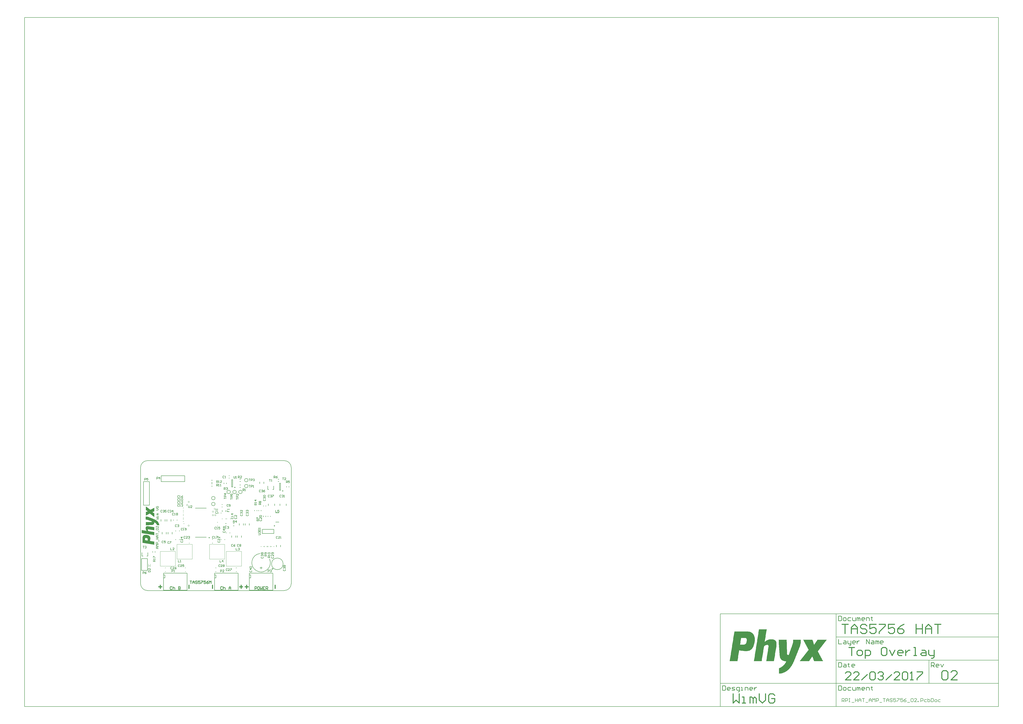
<source format=gto>
G04 Layer_Color=65535*
%FSLAX25Y25*%
%MOIN*%
G70*
G01*
G75*
%ADD34C,0.00787*%
%ADD35C,0.01575*%
%ADD36C,0.00984*%
%ADD37C,0.00591*%
%ADD53C,0.00394*%
G36*
X9027Y142744D02*
X9231D01*
Y142642D01*
X9333D01*
Y142540D01*
X9435D01*
Y142438D01*
X9640D01*
Y142336D01*
X9742D01*
Y142234D01*
X9844D01*
Y142132D01*
X10048D01*
Y142030D01*
X10150D01*
Y141928D01*
X10252D01*
Y141826D01*
X10354D01*
Y141724D01*
X10558D01*
Y141622D01*
X10660D01*
Y141520D01*
X10762D01*
Y141418D01*
X10966D01*
Y141316D01*
X11068D01*
Y141214D01*
X11170D01*
Y141112D01*
X11374D01*
Y141010D01*
X11476D01*
Y140908D01*
X11578D01*
Y140806D01*
X11680D01*
Y140704D01*
X11884D01*
Y140602D01*
X11986D01*
Y140500D01*
X12088D01*
Y140398D01*
X12292D01*
Y140296D01*
X12394D01*
Y140193D01*
X12496D01*
Y140092D01*
X12700D01*
Y139989D01*
X12802D01*
Y139887D01*
X12905D01*
Y139785D01*
X13007D01*
Y139683D01*
X13211D01*
Y139581D01*
X13313D01*
Y139479D01*
X13415D01*
Y139377D01*
X13619D01*
Y139275D01*
X13721D01*
Y139173D01*
X13823D01*
Y139071D01*
X14027D01*
Y138969D01*
X14129D01*
Y138867D01*
X14231D01*
Y138765D01*
X14333D01*
Y138663D01*
X14537D01*
Y138561D01*
X14639D01*
Y138459D01*
X14741D01*
Y138357D01*
X14945D01*
Y138255D01*
X15047D01*
Y138153D01*
X15149D01*
Y138051D01*
X15353D01*
Y137949D01*
X15455D01*
Y137847D01*
X15557D01*
Y137745D01*
X15659D01*
Y137643D01*
X15864D01*
Y137541D01*
X15966D01*
Y137439D01*
X16068D01*
Y137337D01*
X16272D01*
Y137235D01*
X16374D01*
Y137133D01*
X16476D01*
Y137030D01*
X16578D01*
Y136928D01*
X16884D01*
Y137030D01*
X17088D01*
Y137133D01*
X17292D01*
Y137235D01*
X17496D01*
Y137337D01*
X17700D01*
Y137439D01*
X17802D01*
Y137541D01*
X18006D01*
Y137643D01*
X18210D01*
Y137745D01*
X18414D01*
Y137847D01*
X18618D01*
Y137949D01*
X18822D01*
Y138051D01*
X19026D01*
Y138153D01*
X19230D01*
Y138255D01*
X19333D01*
Y138357D01*
X19537D01*
Y138459D01*
X19741D01*
Y138561D01*
X19945D01*
Y138663D01*
X20149D01*
Y138765D01*
X20353D01*
Y138867D01*
X20557D01*
Y138969D01*
X20761D01*
Y139071D01*
X20863D01*
Y139173D01*
X21067D01*
Y139275D01*
X21271D01*
Y139377D01*
X21475D01*
Y139479D01*
X21679D01*
Y139581D01*
X21883D01*
Y139683D01*
X22087D01*
Y139785D01*
X22291D01*
Y139887D01*
X22393D01*
Y139989D01*
X22598D01*
Y140092D01*
X22802D01*
Y140193D01*
X23006D01*
Y140296D01*
X23210D01*
Y140398D01*
X23312D01*
Y134378D01*
X23108D01*
Y134276D01*
X22904D01*
Y134174D01*
X22598D01*
Y134072D01*
X22291D01*
Y133969D01*
X22087D01*
Y133868D01*
X21781D01*
Y133765D01*
X21475D01*
Y133663D01*
X21169D01*
Y133561D01*
X20965D01*
Y133459D01*
X20659D01*
Y133357D01*
X20353D01*
Y133255D01*
X20251D01*
Y133051D01*
X20455D01*
Y132949D01*
X20557D01*
Y132847D01*
X20761D01*
Y132745D01*
X20863D01*
Y132643D01*
X21067D01*
Y132541D01*
X21169D01*
Y132439D01*
X21271D01*
Y132337D01*
X21475D01*
Y132235D01*
X21577D01*
Y132133D01*
X21781D01*
Y132031D01*
X21883D01*
Y131929D01*
X22087D01*
Y131827D01*
X22189D01*
Y131725D01*
X22393D01*
Y131623D01*
X22496D01*
Y131521D01*
X22700D01*
Y131419D01*
X22802D01*
Y131317D01*
X22904D01*
Y131215D01*
X23108D01*
Y131113D01*
X23210D01*
Y131011D01*
X23312D01*
Y124787D01*
X23210D01*
Y124889D01*
X23108D01*
Y124991D01*
X23006D01*
Y125093D01*
X22802D01*
Y125195D01*
X22700D01*
Y125297D01*
X22598D01*
Y125399D01*
X22496D01*
Y125501D01*
X22291D01*
Y125603D01*
X22189D01*
Y125705D01*
X22087D01*
Y125807D01*
X21883D01*
Y125909D01*
X21781D01*
Y126011D01*
X21679D01*
Y126113D01*
X21577D01*
Y126215D01*
X21373D01*
Y126317D01*
X21271D01*
Y126419D01*
X21169D01*
Y126521D01*
X20965D01*
Y126623D01*
X20863D01*
Y126725D01*
X20761D01*
Y126827D01*
X20659D01*
Y126929D01*
X20455D01*
Y127031D01*
X20353D01*
Y127133D01*
X20251D01*
Y127235D01*
X20047D01*
Y127337D01*
X19945D01*
Y127439D01*
X19843D01*
Y127541D01*
X19741D01*
Y127644D01*
X19537D01*
Y127746D01*
X19435D01*
Y127848D01*
X19333D01*
Y127950D01*
X19230D01*
Y128052D01*
X19026D01*
Y128154D01*
X18924D01*
Y128256D01*
X18822D01*
Y128358D01*
X18618D01*
Y128460D01*
X18516D01*
Y128562D01*
X18414D01*
Y128664D01*
X18312D01*
Y128766D01*
X18108D01*
Y128868D01*
X18006D01*
Y128970D01*
X17904D01*
Y129072D01*
X17700D01*
Y129174D01*
X17598D01*
Y129276D01*
X17496D01*
Y129378D01*
X17394D01*
Y129480D01*
X17190D01*
Y129582D01*
X17088D01*
Y129684D01*
X16986D01*
Y129786D01*
X16782D01*
Y129888D01*
X16680D01*
Y129990D01*
X16578D01*
Y130092D01*
X16476D01*
Y130194D01*
X16272D01*
Y130296D01*
X16170D01*
Y130398D01*
X16068D01*
Y130500D01*
X15966D01*
Y130603D01*
X15864D01*
Y130704D01*
X15557D01*
Y130603D01*
X15455D01*
Y130500D01*
X15251D01*
Y130398D01*
X15047D01*
Y130296D01*
X14843D01*
Y130194D01*
X14639D01*
Y130092D01*
X14537D01*
Y129990D01*
X14333D01*
Y129888D01*
X14129D01*
Y129786D01*
X13925D01*
Y129684D01*
X13721D01*
Y129582D01*
X13517D01*
Y129480D01*
X13313D01*
Y129378D01*
X13109D01*
Y129276D01*
X13007D01*
Y129174D01*
X12802D01*
Y129072D01*
X12598D01*
Y128970D01*
X12394D01*
Y128868D01*
X12190D01*
Y128766D01*
X11986D01*
Y128664D01*
X11782D01*
Y128562D01*
X11578D01*
Y128460D01*
X11476D01*
Y128358D01*
X11272D01*
Y128256D01*
X11068D01*
Y128154D01*
X10864D01*
Y128052D01*
X10660D01*
Y127950D01*
X10456D01*
Y127848D01*
X10252D01*
Y127746D01*
X10150D01*
Y127644D01*
X9946D01*
Y127541D01*
X9742D01*
Y127439D01*
X9538D01*
Y127337D01*
X9333D01*
Y127235D01*
X9129D01*
Y127133D01*
X9027D01*
Y127031D01*
X8925D01*
Y133357D01*
X9231D01*
Y133459D01*
X9538D01*
Y133561D01*
X9844D01*
Y133663D01*
X10150D01*
Y133765D01*
X10558D01*
Y133868D01*
X10762D01*
Y133969D01*
X11068D01*
Y134072D01*
X11476D01*
Y134174D01*
X11782D01*
Y134276D01*
X12088D01*
Y134378D01*
X12190D01*
Y134582D01*
X11986D01*
Y134684D01*
X11884D01*
Y134786D01*
X11680D01*
Y134888D01*
X11578D01*
Y134990D01*
X11374D01*
Y135092D01*
X11272D01*
Y135194D01*
X11068D01*
Y135296D01*
X10966D01*
Y135398D01*
X10762D01*
Y135500D01*
X10660D01*
Y135602D01*
X10456D01*
Y135704D01*
X10354D01*
Y135806D01*
X10150D01*
Y135908D01*
X10048D01*
Y136010D01*
X9844D01*
Y136112D01*
X9640D01*
Y136214D01*
X9538D01*
Y136316D01*
X9333D01*
Y136418D01*
X9231D01*
Y136520D01*
X9027D01*
Y136622D01*
X8925D01*
Y142846D01*
X9027D01*
Y142744D01*
D02*
G37*
G36*
X11068Y125399D02*
X11680D01*
Y125297D01*
X12190D01*
Y125195D01*
X12496D01*
Y125093D01*
X12905D01*
Y124991D01*
X13211D01*
Y124889D01*
X13517D01*
Y124787D01*
X13823D01*
Y124685D01*
X14027D01*
Y124583D01*
X14333D01*
Y124480D01*
X14537D01*
Y124379D01*
X14843D01*
Y124276D01*
X15047D01*
Y124174D01*
X15353D01*
Y124072D01*
X15557D01*
Y123970D01*
X15864D01*
Y123868D01*
X16068D01*
Y123766D01*
X16374D01*
Y123664D01*
X16578D01*
Y123562D01*
X16884D01*
Y123460D01*
X17088D01*
Y123358D01*
X17394D01*
Y123256D01*
X17598D01*
Y123154D01*
X17904D01*
Y123052D01*
X18108D01*
Y122950D01*
X18414D01*
Y122848D01*
X18618D01*
Y122746D01*
X18924D01*
Y122644D01*
X19128D01*
Y122542D01*
X19435D01*
Y122440D01*
X19639D01*
Y122338D01*
X19945D01*
Y122236D01*
X20149D01*
Y122134D01*
X20455D01*
Y122032D01*
X20659D01*
Y121930D01*
X20863D01*
Y121828D01*
X21169D01*
Y121726D01*
X21373D01*
Y121624D01*
X21679D01*
Y121522D01*
X21985D01*
Y121420D01*
X22189D01*
Y121318D01*
X22393D01*
Y121215D01*
X22700D01*
Y121114D01*
X22904D01*
Y121011D01*
X23210D01*
Y120909D01*
X23414D01*
Y120807D01*
X23720D01*
Y120705D01*
X23924D01*
Y120603D01*
X24128D01*
Y120501D01*
X24332D01*
Y120399D01*
X24536D01*
Y120297D01*
X24740D01*
Y120195D01*
X24944D01*
Y120093D01*
X25148D01*
Y119991D01*
X25352D01*
Y119889D01*
X25556D01*
Y119787D01*
X25659D01*
Y119685D01*
X25863D01*
Y119583D01*
X26067D01*
Y119481D01*
X26169D01*
Y119379D01*
X26373D01*
Y119277D01*
X26577D01*
Y119175D01*
X26679D01*
Y119073D01*
X26883D01*
Y118971D01*
X26985D01*
Y118869D01*
X27087D01*
Y118767D01*
X27291D01*
Y118665D01*
X27393D01*
Y118563D01*
X27495D01*
Y118461D01*
X27699D01*
Y118359D01*
X27801D01*
Y118257D01*
X27903D01*
Y118155D01*
X28005D01*
Y118052D01*
X28107D01*
Y117950D01*
X28311D01*
Y117849D01*
X28413D01*
Y117746D01*
X28515D01*
Y117644D01*
X28618D01*
Y117542D01*
X28719D01*
Y117440D01*
X28822D01*
Y117338D01*
X28924D01*
Y117236D01*
X29026D01*
Y117134D01*
X29128D01*
Y117032D01*
X29230D01*
Y116828D01*
X29332D01*
Y116726D01*
X29434D01*
Y116624D01*
X29536D01*
Y116522D01*
X29638D01*
Y116420D01*
X29740D01*
Y116216D01*
X29842D01*
Y116114D01*
X29944D01*
Y115910D01*
X30046D01*
Y115808D01*
X30148D01*
Y115604D01*
X30250D01*
Y115502D01*
X30352D01*
Y115298D01*
X30454D01*
Y115094D01*
X30556D01*
Y114992D01*
X30658D01*
Y114787D01*
X30760D01*
Y114481D01*
X30862D01*
Y114277D01*
X30964D01*
Y114073D01*
X31066D01*
Y113767D01*
X31168D01*
Y113461D01*
X31270D01*
Y113155D01*
X31372D01*
Y112747D01*
X31474D01*
Y112339D01*
X31576D01*
Y111625D01*
X31678D01*
Y110910D01*
X28107D01*
Y111012D01*
X28005D01*
Y111216D01*
X27903D01*
Y111420D01*
X27801D01*
Y111625D01*
X27699D01*
Y111726D01*
X27597D01*
Y111931D01*
X27495D01*
Y112135D01*
X27393D01*
Y112339D01*
X27291D01*
Y112441D01*
X27189D01*
Y112645D01*
X27087D01*
Y112747D01*
X26985D01*
Y112951D01*
X26883D01*
Y113053D01*
X26781D01*
Y113155D01*
X26679D01*
Y113359D01*
X26577D01*
Y113461D01*
X26475D01*
Y113563D01*
X26373D01*
Y113665D01*
X26271D01*
Y113767D01*
X26169D01*
Y113869D01*
X26067D01*
Y113971D01*
X25965D01*
Y114073D01*
X25863D01*
Y114175D01*
X25761D01*
Y114277D01*
X25659D01*
Y114379D01*
X25556D01*
Y114481D01*
X25455D01*
Y114583D01*
X25250D01*
Y114685D01*
X25148D01*
Y114787D01*
X25046D01*
Y114890D01*
X24842D01*
Y114992D01*
X24740D01*
Y115094D01*
X24536D01*
Y115196D01*
X24434D01*
Y115298D01*
X24230D01*
Y115400D01*
X24026D01*
Y115502D01*
X23822D01*
Y115604D01*
X23618D01*
Y115706D01*
X23414D01*
Y115196D01*
X23312D01*
Y114379D01*
X23210D01*
Y113971D01*
X23108D01*
Y113665D01*
X23006D01*
Y113461D01*
X22904D01*
Y113257D01*
X22802D01*
Y113053D01*
X22700D01*
Y112849D01*
X22598D01*
Y112747D01*
X22496D01*
Y112645D01*
X22393D01*
Y112441D01*
X22189D01*
Y112339D01*
X22087D01*
Y112237D01*
X21985D01*
Y112135D01*
X21883D01*
Y112033D01*
X21679D01*
Y111931D01*
X21577D01*
Y111829D01*
X21373D01*
Y111726D01*
X21169D01*
Y111625D01*
X20863D01*
Y111522D01*
X20557D01*
Y111420D01*
X20149D01*
Y111318D01*
X19333D01*
Y111216D01*
X17700D01*
Y111114D01*
X16272D01*
Y111012D01*
X14639D01*
Y110910D01*
X13007D01*
Y110808D01*
X11476D01*
Y110706D01*
X9844D01*
Y110604D01*
X8925D01*
Y116012D01*
X11884D01*
Y116114D01*
X15966D01*
Y116216D01*
X18414D01*
Y116318D01*
X18720D01*
Y116420D01*
X18822D01*
Y116522D01*
X18924D01*
Y116624D01*
X19026D01*
Y116726D01*
X19128D01*
Y117032D01*
X19230D01*
Y117338D01*
X19026D01*
Y117440D01*
X18822D01*
Y117542D01*
X18516D01*
Y117644D01*
X18210D01*
Y117746D01*
X17904D01*
Y117849D01*
X17700D01*
Y117950D01*
X17394D01*
Y118052D01*
X17088D01*
Y118155D01*
X16782D01*
Y118257D01*
X16578D01*
Y118359D01*
X16272D01*
Y118461D01*
X15966D01*
Y118563D01*
X15659D01*
Y118665D01*
X15353D01*
Y118767D01*
X15149D01*
Y118869D01*
X14843D01*
Y118971D01*
X14537D01*
Y119073D01*
X14231D01*
Y119175D01*
X14027D01*
Y119277D01*
X13721D01*
Y119379D01*
X13415D01*
Y119481D01*
X13109D01*
Y119583D01*
X12905D01*
Y119685D01*
X12598D01*
Y119787D01*
X12292D01*
Y119889D01*
X11884D01*
Y119991D01*
X11476D01*
Y120093D01*
X11068D01*
Y120195D01*
X10558D01*
Y120297D01*
X9742D01*
Y120399D01*
X8823D01*
Y125399D01*
X8925D01*
Y125501D01*
X11068D01*
Y125399D01*
D02*
G37*
G36*
X13109Y109074D02*
X13823D01*
Y108972D01*
X14537D01*
Y108870D01*
X15149D01*
Y108768D01*
X15761D01*
Y108666D01*
X16374D01*
Y108563D01*
X17088D01*
Y108461D01*
X17700D01*
Y108360D01*
X18312D01*
Y108257D01*
X19026D01*
Y108155D01*
X19639D01*
Y108053D01*
X20251D01*
Y107951D01*
X20965D01*
Y107849D01*
X21577D01*
Y107747D01*
X22189D01*
Y107645D01*
X22904D01*
Y107543D01*
X23312D01*
Y102340D01*
X22700D01*
Y102442D01*
X22087D01*
Y102544D01*
X21475D01*
Y102646D01*
X20761D01*
Y102748D01*
X20149D01*
Y102850D01*
X19537D01*
Y102952D01*
X18822D01*
Y103054D01*
X18210D01*
Y103156D01*
X17598D01*
Y103258D01*
X16884D01*
Y103360D01*
X16272D01*
Y103462D01*
X15659D01*
Y103564D01*
X14945D01*
Y103666D01*
X14333D01*
Y103768D01*
X13721D01*
Y103870D01*
X13007D01*
Y103768D01*
X12802D01*
Y103666D01*
X12598D01*
Y103462D01*
X12496D01*
Y102237D01*
X12598D01*
Y101829D01*
X12700D01*
Y101625D01*
X12802D01*
Y101421D01*
X12905D01*
Y101319D01*
X13007D01*
Y101217D01*
X13109D01*
Y101115D01*
X13211D01*
Y101013D01*
X13313D01*
Y100911D01*
X13415D01*
Y100809D01*
X13925D01*
Y100707D01*
X14537D01*
Y100605D01*
X15149D01*
Y100503D01*
X15864D01*
Y100401D01*
X16476D01*
Y100299D01*
X17088D01*
Y100197D01*
X17802D01*
Y100095D01*
X18414D01*
Y99993D01*
X19026D01*
Y99891D01*
X19741D01*
Y99789D01*
X20353D01*
Y99687D01*
X20965D01*
Y99585D01*
X21577D01*
Y99483D01*
X22189D01*
Y99381D01*
X22904D01*
Y99279D01*
X23312D01*
Y94075D01*
X22802D01*
Y94177D01*
X22189D01*
Y94279D01*
X21475D01*
Y94381D01*
X20965D01*
Y94483D01*
X20251D01*
Y94585D01*
X19639D01*
Y94687D01*
X19026D01*
Y94789D01*
X18414D01*
Y94891D01*
X17700D01*
Y94993D01*
X17088D01*
Y95095D01*
X16476D01*
Y95197D01*
X15761D01*
Y95299D01*
X15149D01*
Y95401D01*
X14537D01*
Y95503D01*
X13823D01*
Y95605D01*
X13211D01*
Y95707D01*
X12598D01*
Y95810D01*
X11884D01*
Y95912D01*
X11272D01*
Y96014D01*
X10660D01*
Y96116D01*
X10048D01*
Y96218D01*
X9333D01*
Y96320D01*
X8721D01*
Y96422D01*
X8109D01*
Y96524D01*
X7395D01*
Y96626D01*
X6783D01*
Y96728D01*
X6170D01*
Y96830D01*
X5456D01*
Y96932D01*
X4844D01*
Y97034D01*
X4232D01*
Y97136D01*
X3620D01*
Y97238D01*
X2905D01*
Y97340D01*
X2293D01*
Y97442D01*
X1987D01*
Y102646D01*
X2191D01*
Y102544D01*
X2803D01*
Y102442D01*
X3416D01*
Y102340D01*
X4028D01*
Y102237D01*
X4742D01*
Y102136D01*
X5354D01*
Y102033D01*
X6068D01*
Y101931D01*
X6681D01*
Y101829D01*
X7293D01*
Y101727D01*
X7905D01*
Y101625D01*
X8619D01*
Y101523D01*
X9231D01*
Y101421D01*
X9844D01*
Y101319D01*
X10252D01*
Y101523D01*
X10150D01*
Y101625D01*
X10048D01*
Y101727D01*
X9946D01*
Y101931D01*
X9844D01*
Y102033D01*
X9742D01*
Y102136D01*
X9640D01*
Y102340D01*
X9538D01*
Y102442D01*
X9435D01*
Y102646D01*
X9333D01*
Y102850D01*
X9231D01*
Y103054D01*
X9129D01*
Y103258D01*
X9027D01*
Y103564D01*
X8925D01*
Y103870D01*
X8823D01*
Y104278D01*
X8721D01*
Y104992D01*
X8619D01*
Y106421D01*
X8721D01*
Y107135D01*
X8823D01*
Y107441D01*
X8925D01*
Y107747D01*
X9027D01*
Y107951D01*
X9129D01*
Y108053D01*
X9231D01*
Y108257D01*
X9333D01*
Y108360D01*
X9435D01*
Y108461D01*
X9538D01*
Y108563D01*
X9640D01*
Y108666D01*
X9742D01*
Y108768D01*
X9946D01*
Y108870D01*
X10150D01*
Y108972D01*
X10456D01*
Y109074D01*
X10864D01*
Y109176D01*
X13109D01*
Y109074D01*
D02*
G37*
G36*
X10048Y94483D02*
X10864D01*
Y94381D01*
X11374D01*
Y94279D01*
X11782D01*
Y94177D01*
X12190D01*
Y94075D01*
X12496D01*
Y93973D01*
X12802D01*
Y93871D01*
X13109D01*
Y93769D01*
X13415D01*
Y93667D01*
X13619D01*
Y93565D01*
X13823D01*
Y93463D01*
X14027D01*
Y93361D01*
X14231D01*
Y93259D01*
X14333D01*
Y93157D01*
X14537D01*
Y93055D01*
X14639D01*
Y92953D01*
X14843D01*
Y92851D01*
X14945D01*
Y92748D01*
X15047D01*
Y92646D01*
X15149D01*
Y92545D01*
X15251D01*
Y92442D01*
X15353D01*
Y92340D01*
X15455D01*
Y92238D01*
X15557D01*
Y92136D01*
X15659D01*
Y91932D01*
X15761D01*
Y91830D01*
X15864D01*
Y91626D01*
X15966D01*
Y91524D01*
X16068D01*
Y91320D01*
X16170D01*
Y91014D01*
X16272D01*
Y90708D01*
X16374D01*
Y90402D01*
X16476D01*
Y89790D01*
X16578D01*
Y87239D01*
X16476D01*
Y86321D01*
X16374D01*
Y85708D01*
X16272D01*
Y85198D01*
X16170D01*
Y84688D01*
X16068D01*
Y84382D01*
X15966D01*
Y84178D01*
X16272D01*
Y84076D01*
X16986D01*
Y83974D01*
X17598D01*
Y83872D01*
X18210D01*
Y83770D01*
X18924D01*
Y83668D01*
X19537D01*
Y83566D01*
X20149D01*
Y83464D01*
X20863D01*
Y83362D01*
X21475D01*
Y83260D01*
X22189D01*
Y83157D01*
X22802D01*
Y83056D01*
X23312D01*
Y77852D01*
X22802D01*
Y77954D01*
X22087D01*
Y78056D01*
X21475D01*
Y78158D01*
X20863D01*
Y78260D01*
X20149D01*
Y78362D01*
X19537D01*
Y78464D01*
X18924D01*
Y78566D01*
X18210D01*
Y78668D01*
X17598D01*
Y78770D01*
X16986D01*
Y78872D01*
X16272D01*
Y78974D01*
X15659D01*
Y79076D01*
X15047D01*
Y79178D01*
X14333D01*
Y79280D01*
X13721D01*
Y79382D01*
X13109D01*
Y79484D01*
X12394D01*
Y79586D01*
X11782D01*
Y79688D01*
X11170D01*
Y79791D01*
X10558D01*
Y79892D01*
X9844D01*
Y79994D01*
X9231D01*
Y80097D01*
X8619D01*
Y80199D01*
X7905D01*
Y80301D01*
X7293D01*
Y80403D01*
X6681D01*
Y80505D01*
X5966D01*
Y80607D01*
X5456D01*
Y80709D01*
X4742D01*
Y80811D01*
X4130D01*
Y80913D01*
X3416D01*
Y81015D01*
X3314D01*
Y89790D01*
X3416D01*
Y90606D01*
X3518D01*
Y91116D01*
X3620D01*
Y91422D01*
X3722D01*
Y91728D01*
X3824D01*
Y91932D01*
X3926D01*
Y92136D01*
X4028D01*
Y92340D01*
X4130D01*
Y92545D01*
X4232D01*
Y92646D01*
X4334D01*
Y92851D01*
X4436D01*
Y92953D01*
X4538D01*
Y93055D01*
X4640D01*
Y93157D01*
X4742D01*
Y93259D01*
X4844D01*
Y93361D01*
X4946D01*
Y93463D01*
X5048D01*
Y93565D01*
X5150D01*
Y93667D01*
X5354D01*
Y93769D01*
X5456D01*
Y93871D01*
X5660D01*
Y93973D01*
X5864D01*
Y94075D01*
X6068D01*
Y94177D01*
X6272D01*
Y94279D01*
X6578D01*
Y94381D01*
X6987D01*
Y94483D01*
X7497D01*
Y94585D01*
X10048D01*
Y94483D01*
D02*
G37*
G36*
X1165172Y-83717D02*
X1164886D01*
Y-84003D01*
X1164599D01*
Y-84290D01*
Y-84576D01*
X1164313D01*
Y-84862D01*
X1164027D01*
Y-85149D01*
X1163740D01*
Y-85435D01*
Y-85721D01*
X1163454D01*
Y-86007D01*
X1163168D01*
Y-86294D01*
X1162881D01*
Y-86580D01*
X1162595D01*
Y-86866D01*
Y-87153D01*
X1162309D01*
Y-87439D01*
X1162022D01*
Y-87725D01*
X1161736D01*
Y-88012D01*
Y-88298D01*
X1161450D01*
Y-88584D01*
X1161163D01*
Y-88871D01*
X1160877D01*
Y-89157D01*
X1160591D01*
Y-89443D01*
Y-89730D01*
X1160305D01*
Y-90016D01*
X1160018D01*
Y-90302D01*
X1159732D01*
Y-90588D01*
Y-90875D01*
X1159445D01*
Y-91161D01*
X1159159D01*
Y-91448D01*
X1158873D01*
Y-91734D01*
Y-92020D01*
X1158587D01*
Y-92306D01*
X1158300D01*
Y-92593D01*
X1158014D01*
Y-92879D01*
X1157728D01*
Y-93165D01*
Y-93452D01*
X1157441D01*
Y-93738D01*
X1157155D01*
Y-94024D01*
X1156869D01*
Y-94311D01*
Y-94597D01*
X1156582D01*
Y-94883D01*
X1156296D01*
Y-95170D01*
X1156010D01*
Y-95456D01*
Y-95742D01*
X1155723D01*
Y-96029D01*
X1155437D01*
Y-96315D01*
X1155151D01*
Y-96601D01*
X1154865D01*
Y-96887D01*
Y-97174D01*
X1154578D01*
Y-97460D01*
X1154292D01*
Y-97746D01*
X1154006D01*
Y-98033D01*
Y-98319D01*
X1153719D01*
Y-98605D01*
X1153433D01*
Y-98892D01*
X1153147D01*
Y-99178D01*
Y-99464D01*
X1152860D01*
Y-99751D01*
X1152574D01*
Y-100037D01*
X1152288D01*
Y-100323D01*
X1152001D01*
Y-100610D01*
Y-100896D01*
X1151715D01*
Y-101182D01*
X1151429D01*
Y-101468D01*
X1151142D01*
Y-101755D01*
Y-102041D01*
X1150856D01*
Y-102327D01*
X1150570D01*
Y-102614D01*
X1150284D01*
Y-102900D01*
X1149997D01*
Y-103186D01*
Y-103473D01*
X1150284D01*
Y-103759D01*
Y-104045D01*
X1150570D01*
Y-104332D01*
Y-104618D01*
X1150856D01*
Y-104904D01*
X1151142D01*
Y-105191D01*
Y-105477D01*
X1151429D01*
Y-105763D01*
Y-106049D01*
X1151715D01*
Y-106336D01*
Y-106622D01*
X1152001D01*
Y-106908D01*
Y-107195D01*
X1152288D01*
Y-107481D01*
Y-107767D01*
X1152574D01*
Y-108054D01*
Y-108340D01*
X1152860D01*
Y-108626D01*
Y-108913D01*
X1153147D01*
Y-109199D01*
Y-109485D01*
X1153433D01*
Y-109772D01*
X1153719D01*
Y-110058D01*
Y-110344D01*
X1154006D01*
Y-110630D01*
Y-110917D01*
X1154292D01*
Y-111203D01*
Y-111489D01*
X1154578D01*
Y-111776D01*
Y-112062D01*
X1154865D01*
Y-112348D01*
Y-112635D01*
X1155151D01*
Y-112921D01*
Y-113207D01*
X1155437D01*
Y-113494D01*
Y-113780D01*
X1155723D01*
Y-114066D01*
X1156010D01*
Y-114353D01*
Y-114639D01*
X1156296D01*
Y-114925D01*
Y-115211D01*
X1156582D01*
Y-115498D01*
Y-115784D01*
X1156869D01*
Y-116070D01*
Y-116357D01*
X1157155D01*
Y-116643D01*
Y-116929D01*
X1157441D01*
Y-117216D01*
Y-117502D01*
X1157728D01*
Y-117788D01*
Y-118075D01*
X1158014D01*
Y-118361D01*
X1158300D01*
Y-118647D01*
Y-118933D01*
X1158587D01*
Y-119220D01*
Y-119506D01*
X1158873D01*
Y-119792D01*
X1143698D01*
Y-119506D01*
X1143412D01*
Y-119220D01*
Y-118933D01*
Y-118647D01*
X1143126D01*
Y-118361D01*
Y-118075D01*
Y-117788D01*
X1142839D01*
Y-117502D01*
Y-117216D01*
X1142553D01*
Y-116929D01*
Y-116643D01*
Y-116357D01*
X1142267D01*
Y-116070D01*
Y-115784D01*
Y-115498D01*
X1141980D01*
Y-115211D01*
Y-114925D01*
X1141694D01*
Y-114639D01*
Y-114353D01*
Y-114066D01*
X1141408D01*
Y-113780D01*
Y-113494D01*
Y-113207D01*
X1141121D01*
Y-112921D01*
Y-112635D01*
Y-112348D01*
X1140835D01*
Y-112062D01*
X1140263D01*
Y-112348D01*
Y-112635D01*
X1139976D01*
Y-112921D01*
X1139690D01*
Y-113207D01*
Y-113494D01*
X1139404D01*
Y-113780D01*
X1139117D01*
Y-114066D01*
Y-114353D01*
X1138831D01*
Y-114639D01*
X1138545D01*
Y-114925D01*
Y-115211D01*
X1138258D01*
Y-115498D01*
X1137972D01*
Y-115784D01*
X1137686D01*
Y-116070D01*
Y-116357D01*
X1137399D01*
Y-116643D01*
X1137113D01*
Y-116929D01*
Y-117216D01*
X1136827D01*
Y-117502D01*
X1136541D01*
Y-117788D01*
Y-118075D01*
X1136254D01*
Y-118361D01*
X1135968D01*
Y-118647D01*
Y-118933D01*
X1135682D01*
Y-119220D01*
X1135395D01*
Y-119506D01*
Y-119792D01*
X1119362D01*
Y-119506D01*
X1119648D01*
Y-119220D01*
X1119934D01*
Y-118933D01*
X1120221D01*
Y-118647D01*
X1120507D01*
Y-118361D01*
Y-118075D01*
X1120793D01*
Y-117788D01*
X1121080D01*
Y-117502D01*
X1121366D01*
Y-117216D01*
X1121652D01*
Y-116929D01*
Y-116643D01*
X1121939D01*
Y-116357D01*
X1122225D01*
Y-116070D01*
X1122511D01*
Y-115784D01*
Y-115498D01*
X1122797D01*
Y-115211D01*
X1123084D01*
Y-114925D01*
X1123370D01*
Y-114639D01*
X1123656D01*
Y-114353D01*
Y-114066D01*
X1123943D01*
Y-113780D01*
X1124229D01*
Y-113494D01*
X1124515D01*
Y-113207D01*
X1124802D01*
Y-112921D01*
Y-112635D01*
X1125088D01*
Y-112348D01*
X1125374D01*
Y-112062D01*
X1125661D01*
Y-111776D01*
Y-111489D01*
X1125947D01*
Y-111203D01*
X1126233D01*
Y-110917D01*
X1126519D01*
Y-110630D01*
X1126806D01*
Y-110344D01*
Y-110058D01*
X1127092D01*
Y-109772D01*
X1127378D01*
Y-109485D01*
X1127665D01*
Y-109199D01*
Y-108913D01*
X1127951D01*
Y-108626D01*
X1128237D01*
Y-108340D01*
X1128524D01*
Y-108054D01*
X1128810D01*
Y-107767D01*
Y-107481D01*
X1129096D01*
Y-107195D01*
X1129383D01*
Y-106908D01*
X1129669D01*
Y-106622D01*
Y-106336D01*
X1129955D01*
Y-106049D01*
X1130242D01*
Y-105763D01*
X1130528D01*
Y-105477D01*
X1130814D01*
Y-105191D01*
Y-104904D01*
X1131100D01*
Y-104618D01*
X1131387D01*
Y-104332D01*
X1131673D01*
Y-104045D01*
X1131960D01*
Y-103759D01*
Y-103473D01*
X1132246D01*
Y-103186D01*
X1132532D01*
Y-102900D01*
X1132818D01*
Y-102614D01*
Y-102327D01*
X1133105D01*
Y-102041D01*
X1133391D01*
Y-101755D01*
X1133677D01*
Y-101468D01*
X1133964D01*
Y-101182D01*
Y-100896D01*
X1134250D01*
Y-100610D01*
Y-100323D01*
Y-100037D01*
X1133964D01*
Y-99751D01*
X1133677D01*
Y-99464D01*
Y-99178D01*
X1133391D01*
Y-98892D01*
Y-98605D01*
X1133105D01*
Y-98319D01*
Y-98033D01*
X1132818D01*
Y-97746D01*
Y-97460D01*
X1132532D01*
Y-97174D01*
Y-96887D01*
X1132246D01*
Y-96601D01*
Y-96315D01*
X1131960D01*
Y-96029D01*
X1131673D01*
Y-95742D01*
Y-95456D01*
X1131387D01*
Y-95170D01*
Y-94883D01*
X1131100D01*
Y-94597D01*
Y-94311D01*
X1130814D01*
Y-94024D01*
Y-93738D01*
X1130528D01*
Y-93452D01*
Y-93165D01*
X1130242D01*
Y-92879D01*
Y-92593D01*
X1129955D01*
Y-92306D01*
X1129669D01*
Y-92020D01*
Y-91734D01*
X1129383D01*
Y-91448D01*
Y-91161D01*
X1129096D01*
Y-90875D01*
Y-90588D01*
X1128810D01*
Y-90302D01*
Y-90016D01*
X1128524D01*
Y-89730D01*
Y-89443D01*
X1128237D01*
Y-89157D01*
Y-88871D01*
X1127951D01*
Y-88584D01*
Y-88298D01*
X1127665D01*
Y-88012D01*
X1127378D01*
Y-87725D01*
Y-87439D01*
X1127092D01*
Y-87153D01*
Y-86866D01*
X1126806D01*
Y-86580D01*
Y-86294D01*
X1126519D01*
Y-86007D01*
Y-85721D01*
X1126233D01*
Y-85435D01*
Y-85149D01*
X1125947D01*
Y-84862D01*
Y-84576D01*
X1125661D01*
Y-84290D01*
X1125374D01*
Y-84003D01*
Y-83717D01*
X1125088D01*
Y-83431D01*
X1140835D01*
Y-83717D01*
X1141121D01*
Y-84003D01*
Y-84290D01*
Y-84576D01*
X1141408D01*
Y-84862D01*
Y-85149D01*
Y-85435D01*
X1141694D01*
Y-85721D01*
Y-86007D01*
Y-86294D01*
X1141980D01*
Y-86580D01*
Y-86866D01*
Y-87153D01*
X1142267D01*
Y-87439D01*
Y-87725D01*
Y-88012D01*
X1142553D01*
Y-88298D01*
Y-88584D01*
Y-88871D01*
X1142839D01*
Y-89157D01*
Y-89443D01*
Y-89730D01*
X1143126D01*
Y-90016D01*
Y-90302D01*
Y-90588D01*
X1143412D01*
Y-90875D01*
Y-91161D01*
Y-91448D01*
Y-91734D01*
X1143985D01*
Y-91448D01*
X1144271D01*
Y-91161D01*
X1144557D01*
Y-90875D01*
Y-90588D01*
X1144844D01*
Y-90302D01*
X1145130D01*
Y-90016D01*
Y-89730D01*
X1145416D01*
Y-89443D01*
X1145702D01*
Y-89157D01*
Y-88871D01*
X1145989D01*
Y-88584D01*
X1146275D01*
Y-88298D01*
Y-88012D01*
X1146561D01*
Y-87725D01*
X1146848D01*
Y-87439D01*
Y-87153D01*
X1147134D01*
Y-86866D01*
X1147420D01*
Y-86580D01*
Y-86294D01*
X1147707D01*
Y-86007D01*
X1147993D01*
Y-85721D01*
Y-85435D01*
X1148279D01*
Y-85149D01*
X1148566D01*
Y-84862D01*
Y-84576D01*
X1148852D01*
Y-84290D01*
X1149138D01*
Y-84003D01*
Y-83717D01*
X1149425D01*
Y-83431D01*
X1165172D01*
Y-83717D01*
D02*
G37*
G36*
X1032036Y-69688D02*
X1033754D01*
Y-69974D01*
X1034613D01*
Y-70260D01*
X1035472D01*
Y-70547D01*
X1036331D01*
Y-70833D01*
X1036904D01*
Y-71119D01*
X1037190D01*
Y-71406D01*
X1037763D01*
Y-71692D01*
X1038049D01*
Y-71978D01*
X1038622D01*
Y-72264D01*
X1038908D01*
Y-72551D01*
X1039194D01*
Y-72837D01*
X1039480D01*
Y-73123D01*
X1039767D01*
Y-73410D01*
X1040053D01*
Y-73696D01*
X1040339D01*
Y-73982D01*
Y-74269D01*
X1040626D01*
Y-74555D01*
X1040912D01*
Y-74841D01*
Y-75128D01*
X1041198D01*
Y-75414D01*
X1041485D01*
Y-75700D01*
Y-75987D01*
X1041771D01*
Y-76273D01*
Y-76559D01*
Y-76846D01*
X1042057D01*
Y-77132D01*
Y-77418D01*
Y-77704D01*
X1042344D01*
Y-77991D01*
Y-78277D01*
Y-78563D01*
Y-78850D01*
X1042630D01*
Y-79136D01*
Y-79422D01*
Y-79709D01*
Y-79995D01*
Y-80281D01*
X1042916D01*
Y-80568D01*
Y-80854D01*
Y-81140D01*
Y-81427D01*
Y-81713D01*
Y-81999D01*
Y-82285D01*
Y-82572D01*
Y-82858D01*
Y-83144D01*
Y-83431D01*
Y-83717D01*
Y-84003D01*
Y-84290D01*
Y-84576D01*
Y-84862D01*
Y-85149D01*
Y-85435D01*
Y-85721D01*
Y-86007D01*
X1042630D01*
Y-86294D01*
Y-86580D01*
Y-86866D01*
Y-87153D01*
Y-87439D01*
Y-87725D01*
Y-88012D01*
X1042344D01*
Y-88298D01*
Y-88584D01*
Y-88871D01*
Y-89157D01*
Y-89443D01*
X1042057D01*
Y-89730D01*
Y-90016D01*
Y-90302D01*
Y-90588D01*
Y-90875D01*
X1041771D01*
Y-91161D01*
Y-91448D01*
Y-91734D01*
X1041485D01*
Y-92020D01*
Y-92306D01*
Y-92593D01*
Y-92879D01*
X1041198D01*
Y-93165D01*
Y-93452D01*
Y-93738D01*
X1040912D01*
Y-94024D01*
Y-94311D01*
X1040626D01*
Y-94597D01*
Y-94883D01*
Y-95170D01*
X1040339D01*
Y-95456D01*
Y-95742D01*
X1040053D01*
Y-96029D01*
Y-96315D01*
X1039767D01*
Y-96601D01*
Y-96887D01*
X1039480D01*
Y-97174D01*
X1039194D01*
Y-97460D01*
Y-97746D01*
X1038908D01*
Y-98033D01*
X1038622D01*
Y-98319D01*
X1038335D01*
Y-98605D01*
Y-98892D01*
X1038049D01*
Y-99178D01*
X1037763D01*
Y-99464D01*
X1037476D01*
Y-99751D01*
X1037190D01*
Y-100037D01*
X1036904D01*
Y-100323D01*
X1036331D01*
Y-100610D01*
X1036045D01*
Y-100896D01*
X1035472D01*
Y-101182D01*
X1035186D01*
Y-101468D01*
X1034613D01*
Y-101755D01*
X1033754D01*
Y-102041D01*
X1032895D01*
Y-102327D01*
X1032036D01*
Y-102614D01*
X1030318D01*
Y-102900D01*
X1025165D01*
Y-102614D01*
X1022588D01*
Y-102327D01*
X1020584D01*
Y-102041D01*
X1019152D01*
Y-101755D01*
X1017721D01*
Y-101468D01*
X1016289D01*
Y-101755D01*
Y-102041D01*
Y-102327D01*
Y-102614D01*
Y-102900D01*
Y-103186D01*
Y-103473D01*
X1016003D01*
Y-103759D01*
Y-104045D01*
Y-104332D01*
Y-104618D01*
Y-104904D01*
Y-105191D01*
X1015716D01*
Y-105477D01*
Y-105763D01*
Y-106049D01*
Y-106336D01*
Y-106622D01*
Y-106908D01*
X1015430D01*
Y-107195D01*
Y-107481D01*
Y-107767D01*
Y-108054D01*
Y-108340D01*
Y-108626D01*
Y-108913D01*
X1015144D01*
Y-109199D01*
Y-109485D01*
Y-109772D01*
Y-110058D01*
Y-110344D01*
Y-110630D01*
X1014857D01*
Y-110917D01*
Y-111203D01*
Y-111489D01*
Y-111776D01*
Y-112062D01*
Y-112348D01*
X1014571D01*
Y-112635D01*
Y-112921D01*
Y-113207D01*
Y-113494D01*
Y-113780D01*
Y-114066D01*
Y-114353D01*
X1014285D01*
Y-114639D01*
Y-114925D01*
Y-115211D01*
Y-115498D01*
Y-115784D01*
Y-116070D01*
X1013999D01*
Y-116357D01*
Y-116643D01*
Y-116929D01*
Y-117216D01*
Y-117502D01*
Y-117788D01*
X1013712D01*
Y-118075D01*
Y-118361D01*
Y-118647D01*
Y-118933D01*
Y-119220D01*
Y-119506D01*
Y-119792D01*
X1000256D01*
Y-119506D01*
X1000542D01*
Y-119220D01*
Y-118933D01*
Y-118647D01*
Y-118361D01*
Y-118075D01*
X1000828D01*
Y-117788D01*
Y-117502D01*
Y-117216D01*
Y-116929D01*
Y-116643D01*
Y-116357D01*
Y-116070D01*
X1001114D01*
Y-115784D01*
Y-115498D01*
Y-115211D01*
Y-114925D01*
Y-114639D01*
Y-114353D01*
X1001401D01*
Y-114066D01*
Y-113780D01*
Y-113494D01*
Y-113207D01*
Y-112921D01*
Y-112635D01*
X1001687D01*
Y-112348D01*
Y-112062D01*
Y-111776D01*
Y-111489D01*
Y-111203D01*
Y-110917D01*
Y-110630D01*
X1001974D01*
Y-110344D01*
Y-110058D01*
Y-109772D01*
Y-109485D01*
Y-109199D01*
Y-108913D01*
X1002260D01*
Y-108626D01*
Y-108340D01*
Y-108054D01*
Y-107767D01*
Y-107481D01*
Y-107195D01*
X1002546D01*
Y-106908D01*
Y-106622D01*
Y-106336D01*
Y-106049D01*
Y-105763D01*
Y-105477D01*
X1002832D01*
Y-105191D01*
Y-104904D01*
Y-104618D01*
Y-104332D01*
Y-104045D01*
Y-103759D01*
Y-103473D01*
X1003119D01*
Y-103186D01*
Y-102900D01*
Y-102614D01*
Y-102327D01*
Y-102041D01*
Y-101755D01*
X1003405D01*
Y-101468D01*
Y-101182D01*
Y-100896D01*
Y-100610D01*
Y-100323D01*
Y-100037D01*
X1003691D01*
Y-99751D01*
Y-99464D01*
Y-99178D01*
Y-98892D01*
Y-98605D01*
Y-98319D01*
X1003978D01*
Y-98033D01*
Y-97746D01*
Y-97460D01*
Y-97174D01*
Y-96887D01*
Y-96601D01*
Y-96315D01*
X1004264D01*
Y-96029D01*
Y-95742D01*
Y-95456D01*
Y-95170D01*
Y-94883D01*
Y-94597D01*
X1004550D01*
Y-94311D01*
Y-94024D01*
Y-93738D01*
Y-93452D01*
Y-93165D01*
Y-92879D01*
X1004837D01*
Y-92593D01*
Y-92306D01*
Y-92020D01*
Y-91734D01*
Y-91448D01*
Y-91161D01*
Y-90875D01*
X1005123D01*
Y-90588D01*
Y-90302D01*
Y-90016D01*
Y-89730D01*
Y-89443D01*
Y-89157D01*
X1005409D01*
Y-88871D01*
Y-88584D01*
Y-88298D01*
Y-88012D01*
Y-87725D01*
Y-87439D01*
X1005696D01*
Y-87153D01*
Y-86866D01*
Y-86580D01*
Y-86294D01*
Y-86007D01*
Y-85721D01*
X1005982D01*
Y-85435D01*
Y-85149D01*
Y-84862D01*
Y-84576D01*
Y-84290D01*
Y-84003D01*
Y-83717D01*
X1006268D01*
Y-83431D01*
Y-83144D01*
Y-82858D01*
Y-82572D01*
Y-82285D01*
Y-81999D01*
X1006555D01*
Y-81713D01*
Y-81427D01*
Y-81140D01*
Y-80854D01*
Y-80568D01*
Y-80281D01*
X1006841D01*
Y-79995D01*
Y-79709D01*
Y-79422D01*
Y-79136D01*
Y-78850D01*
Y-78563D01*
Y-78277D01*
X1007127D01*
Y-77991D01*
Y-77704D01*
Y-77418D01*
Y-77132D01*
Y-76846D01*
Y-76559D01*
X1007413D01*
Y-76273D01*
Y-75987D01*
Y-75700D01*
Y-75414D01*
Y-75128D01*
Y-74841D01*
X1007700D01*
Y-74555D01*
Y-74269D01*
Y-73982D01*
Y-73696D01*
Y-73410D01*
Y-73123D01*
Y-72837D01*
X1007986D01*
Y-72551D01*
Y-72264D01*
Y-71978D01*
Y-71692D01*
Y-71406D01*
Y-71119D01*
X1008272D01*
Y-70833D01*
Y-70547D01*
Y-70260D01*
Y-69974D01*
Y-69688D01*
Y-69401D01*
X1032036D01*
Y-69688D01*
D02*
G37*
G36*
X1121080Y-83717D02*
Y-84003D01*
Y-84290D01*
Y-84576D01*
Y-84862D01*
Y-85149D01*
Y-85435D01*
Y-85721D01*
Y-86007D01*
Y-86294D01*
Y-86580D01*
Y-86866D01*
Y-87153D01*
Y-87439D01*
Y-87725D01*
Y-88012D01*
Y-88298D01*
Y-88584D01*
Y-88871D01*
Y-89157D01*
Y-89443D01*
X1120793D01*
Y-89730D01*
Y-90016D01*
Y-90302D01*
Y-90588D01*
Y-90875D01*
X1120507D01*
Y-91161D01*
Y-91448D01*
Y-91734D01*
Y-92020D01*
X1120221D01*
Y-92306D01*
Y-92593D01*
Y-92879D01*
Y-93165D01*
X1119934D01*
Y-93452D01*
Y-93738D01*
Y-94024D01*
X1119648D01*
Y-94311D01*
Y-94597D01*
Y-94883D01*
X1119362D01*
Y-95170D01*
Y-95456D01*
Y-95742D01*
X1119075D01*
Y-96029D01*
Y-96315D01*
Y-96601D01*
X1118789D01*
Y-96887D01*
Y-97174D01*
X1118503D01*
Y-97460D01*
Y-97746D01*
X1118217D01*
Y-98033D01*
Y-98319D01*
Y-98605D01*
X1117930D01*
Y-98892D01*
Y-99178D01*
X1117644D01*
Y-99464D01*
Y-99751D01*
Y-100037D01*
X1117358D01*
Y-100323D01*
Y-100610D01*
X1117071D01*
Y-100896D01*
Y-101182D01*
Y-101468D01*
X1116785D01*
Y-101755D01*
Y-102041D01*
X1116499D01*
Y-102327D01*
Y-102614D01*
Y-102900D01*
X1116212D01*
Y-103186D01*
Y-103473D01*
X1115926D01*
Y-103759D01*
Y-104045D01*
Y-104332D01*
X1115640D01*
Y-104618D01*
Y-104904D01*
X1115353D01*
Y-105191D01*
Y-105477D01*
Y-105763D01*
X1115067D01*
Y-106049D01*
Y-106336D01*
X1114781D01*
Y-106622D01*
Y-106908D01*
Y-107195D01*
X1114494D01*
Y-107481D01*
Y-107767D01*
X1114208D01*
Y-108054D01*
Y-108340D01*
Y-108626D01*
X1113922D01*
Y-108913D01*
Y-109199D01*
X1113636D01*
Y-109485D01*
Y-109772D01*
Y-110058D01*
X1113349D01*
Y-110344D01*
Y-110630D01*
X1113063D01*
Y-110917D01*
Y-111203D01*
Y-111489D01*
X1112776D01*
Y-111776D01*
Y-112062D01*
X1112490D01*
Y-112348D01*
Y-112635D01*
Y-112921D01*
X1112204D01*
Y-113207D01*
Y-113494D01*
X1111918D01*
Y-113780D01*
Y-114066D01*
Y-114353D01*
X1111631D01*
Y-114639D01*
Y-114925D01*
X1111345D01*
Y-115211D01*
Y-115498D01*
Y-115784D01*
X1111059D01*
Y-116070D01*
Y-116357D01*
X1110772D01*
Y-116643D01*
Y-116929D01*
Y-117216D01*
X1110486D01*
Y-117502D01*
Y-117788D01*
X1110200D01*
Y-118075D01*
Y-118361D01*
Y-118647D01*
X1109913D01*
Y-118933D01*
Y-119220D01*
X1109627D01*
Y-119506D01*
Y-119792D01*
Y-120079D01*
X1109341D01*
Y-120365D01*
Y-120651D01*
X1109054D01*
Y-120938D01*
Y-121224D01*
X1108768D01*
Y-121510D01*
Y-121797D01*
X1108482D01*
Y-122083D01*
Y-122369D01*
Y-122656D01*
X1108195D01*
Y-122942D01*
X1107909D01*
Y-123228D01*
Y-123514D01*
Y-123801D01*
X1107623D01*
Y-124087D01*
X1107337D01*
Y-124373D01*
Y-124660D01*
X1107050D01*
Y-124946D01*
Y-125232D01*
X1106764D01*
Y-125519D01*
Y-125805D01*
X1106478D01*
Y-126091D01*
Y-126378D01*
X1106191D01*
Y-126664D01*
X1105905D01*
Y-126950D01*
Y-127237D01*
X1105619D01*
Y-127523D01*
Y-127809D01*
X1105332D01*
Y-128095D01*
X1105046D01*
Y-128382D01*
X1104760D01*
Y-128668D01*
Y-128954D01*
X1104473D01*
Y-129241D01*
X1104187D01*
Y-129527D01*
Y-129813D01*
X1103901D01*
Y-130100D01*
X1103615D01*
Y-130386D01*
X1103328D01*
Y-130672D01*
Y-130959D01*
X1103042D01*
Y-131245D01*
X1102756D01*
Y-131531D01*
X1102469D01*
Y-131818D01*
X1102183D01*
Y-132104D01*
X1101897D01*
Y-132390D01*
Y-132676D01*
X1101610D01*
Y-132963D01*
X1101324D01*
Y-133249D01*
X1101038D01*
Y-133535D01*
X1100751D01*
Y-133822D01*
X1100465D01*
Y-134108D01*
X1100179D01*
Y-134394D01*
X1099892D01*
Y-134681D01*
X1099320D01*
Y-134967D01*
X1099034D01*
Y-135253D01*
X1098747D01*
Y-135540D01*
X1098461D01*
Y-135826D01*
X1098175D01*
Y-136112D01*
X1097602D01*
Y-136399D01*
X1097316D01*
Y-136685D01*
X1096743D01*
Y-136971D01*
X1096457D01*
Y-137258D01*
X1095884D01*
Y-137544D01*
X1095598D01*
Y-137830D01*
X1095025D01*
Y-138117D01*
X1094452D01*
Y-138403D01*
X1093880D01*
Y-138689D01*
X1093307D01*
Y-138975D01*
X1092735D01*
Y-139262D01*
X1091876D01*
Y-139548D01*
X1091303D01*
Y-139834D01*
X1090444D01*
Y-140121D01*
X1089299D01*
Y-140407D01*
X1088154D01*
Y-140693D01*
X1086436D01*
Y-140980D01*
X1084432D01*
Y-141266D01*
X1084145D01*
Y-140980D01*
Y-140693D01*
Y-140407D01*
Y-140121D01*
Y-139834D01*
Y-139548D01*
Y-139262D01*
Y-138975D01*
Y-138689D01*
Y-138403D01*
Y-138117D01*
Y-137830D01*
Y-137544D01*
Y-137258D01*
Y-136971D01*
Y-136685D01*
Y-136399D01*
Y-136112D01*
Y-135826D01*
Y-135540D01*
Y-135253D01*
Y-134967D01*
Y-134681D01*
Y-134394D01*
Y-134108D01*
Y-133822D01*
Y-133535D01*
Y-133249D01*
Y-132963D01*
Y-132676D01*
Y-132390D01*
Y-132104D01*
Y-131818D01*
X1084718D01*
Y-131531D01*
X1085291D01*
Y-131245D01*
X1085863D01*
Y-130959D01*
X1086436D01*
Y-130672D01*
X1087008D01*
Y-130386D01*
X1087581D01*
Y-130100D01*
X1087867D01*
Y-129813D01*
X1088440D01*
Y-129527D01*
X1088726D01*
Y-129241D01*
X1089299D01*
Y-128954D01*
X1089585D01*
Y-128668D01*
X1089872D01*
Y-128382D01*
X1090444D01*
Y-128095D01*
X1090730D01*
Y-127809D01*
X1091017D01*
Y-127523D01*
X1091303D01*
Y-127237D01*
X1091589D01*
Y-126950D01*
X1091876D01*
Y-126664D01*
X1092162D01*
Y-126378D01*
X1092448D01*
Y-126091D01*
X1092735D01*
Y-125805D01*
X1093021D01*
Y-125519D01*
X1093307D01*
Y-125232D01*
X1093594D01*
Y-124946D01*
Y-124660D01*
X1093880D01*
Y-124373D01*
X1094166D01*
Y-124087D01*
X1094452D01*
Y-123801D01*
Y-123514D01*
X1094739D01*
Y-123228D01*
X1095025D01*
Y-122942D01*
Y-122656D01*
X1095311D01*
Y-122369D01*
Y-122083D01*
X1095598D01*
Y-121797D01*
X1095884D01*
Y-121510D01*
Y-121224D01*
X1096170D01*
Y-120938D01*
Y-120651D01*
X1096457D01*
Y-120365D01*
Y-120079D01*
X1094739D01*
Y-119792D01*
X1092735D01*
Y-119506D01*
X1091589D01*
Y-119220D01*
X1091017D01*
Y-118933D01*
X1090158D01*
Y-118647D01*
X1089585D01*
Y-118361D01*
X1089299D01*
Y-118075D01*
X1088726D01*
Y-117788D01*
X1088440D01*
Y-117502D01*
X1088154D01*
Y-117216D01*
X1087867D01*
Y-116929D01*
X1087581D01*
Y-116643D01*
X1087295D01*
Y-116357D01*
Y-116070D01*
X1087008D01*
Y-115784D01*
X1086722D01*
Y-115498D01*
Y-115211D01*
X1086436D01*
Y-114925D01*
Y-114639D01*
X1086149D01*
Y-114353D01*
Y-114066D01*
X1085863D01*
Y-113780D01*
Y-113494D01*
Y-113207D01*
X1085577D01*
Y-112921D01*
Y-112635D01*
Y-112348D01*
Y-112062D01*
X1085291D01*
Y-111776D01*
Y-111489D01*
Y-111203D01*
Y-110917D01*
Y-110630D01*
Y-110344D01*
Y-110058D01*
X1085004D01*
Y-109772D01*
Y-109485D01*
Y-109199D01*
Y-108913D01*
Y-108626D01*
Y-108340D01*
Y-108054D01*
Y-107767D01*
Y-107481D01*
Y-107195D01*
Y-106908D01*
Y-106622D01*
Y-106336D01*
Y-106049D01*
Y-105763D01*
X1084718D01*
Y-105477D01*
Y-105191D01*
Y-104904D01*
Y-104618D01*
Y-104332D01*
Y-104045D01*
Y-103759D01*
Y-103473D01*
Y-103186D01*
Y-102900D01*
Y-102614D01*
Y-102327D01*
Y-102041D01*
Y-101755D01*
Y-101468D01*
X1084432D01*
Y-101182D01*
Y-100896D01*
Y-100610D01*
Y-100323D01*
Y-100037D01*
Y-99751D01*
Y-99464D01*
Y-99178D01*
Y-98892D01*
Y-98605D01*
Y-98319D01*
Y-98033D01*
Y-97746D01*
Y-97460D01*
Y-97174D01*
Y-96887D01*
X1084145D01*
Y-96601D01*
Y-96315D01*
Y-96029D01*
Y-95742D01*
Y-95456D01*
Y-95170D01*
Y-94883D01*
Y-94597D01*
Y-94311D01*
Y-94024D01*
Y-93738D01*
Y-93452D01*
Y-93165D01*
Y-92879D01*
Y-92593D01*
Y-92306D01*
X1083859D01*
Y-92020D01*
Y-91734D01*
Y-91448D01*
Y-91161D01*
Y-90875D01*
Y-90588D01*
Y-90302D01*
Y-90016D01*
Y-89730D01*
Y-89443D01*
Y-89157D01*
Y-88871D01*
Y-88584D01*
Y-88298D01*
X1083573D01*
Y-88012D01*
Y-87725D01*
Y-87439D01*
Y-87153D01*
Y-86866D01*
Y-86580D01*
Y-86294D01*
Y-86007D01*
Y-85721D01*
Y-85435D01*
Y-85149D01*
Y-84862D01*
Y-84576D01*
Y-84290D01*
Y-84003D01*
Y-83717D01*
X1083286D01*
Y-83431D01*
X1097029D01*
Y-83717D01*
Y-84003D01*
Y-84290D01*
Y-84576D01*
Y-84862D01*
Y-85149D01*
Y-85435D01*
Y-85721D01*
Y-86007D01*
Y-86294D01*
Y-86580D01*
Y-86866D01*
Y-87153D01*
Y-87439D01*
X1097316D01*
Y-87725D01*
Y-88012D01*
Y-88298D01*
Y-88584D01*
Y-88871D01*
Y-89157D01*
Y-89443D01*
Y-89730D01*
Y-90016D01*
Y-90302D01*
Y-90588D01*
Y-90875D01*
Y-91161D01*
Y-91448D01*
Y-91734D01*
Y-92020D01*
Y-92306D01*
Y-92593D01*
Y-92879D01*
Y-93165D01*
Y-93452D01*
Y-93738D01*
Y-94024D01*
Y-94311D01*
Y-94597D01*
Y-94883D01*
Y-95170D01*
Y-95456D01*
Y-95742D01*
Y-96029D01*
Y-96315D01*
Y-96601D01*
Y-96887D01*
Y-97174D01*
Y-97460D01*
Y-97746D01*
Y-98033D01*
Y-98319D01*
Y-98605D01*
Y-98892D01*
Y-99178D01*
X1097602D01*
Y-99464D01*
X1097316D01*
Y-99751D01*
Y-100037D01*
X1097602D01*
Y-100323D01*
Y-100610D01*
Y-100896D01*
Y-101182D01*
Y-101468D01*
Y-101755D01*
Y-102041D01*
Y-102327D01*
Y-102614D01*
Y-102900D01*
Y-103186D01*
Y-103473D01*
Y-103759D01*
Y-104045D01*
Y-104332D01*
Y-104618D01*
Y-104904D01*
Y-105191D01*
Y-105477D01*
Y-105763D01*
Y-106049D01*
Y-106336D01*
Y-106622D01*
Y-106908D01*
Y-107195D01*
Y-107481D01*
X1097888D01*
Y-107767D01*
Y-108054D01*
Y-108340D01*
X1098175D01*
Y-108626D01*
X1098461D01*
Y-108913D01*
X1098747D01*
Y-109199D01*
X1099606D01*
Y-109485D01*
X1100465D01*
Y-109199D01*
X1100751D01*
Y-108913D01*
Y-108626D01*
Y-108340D01*
X1101038D01*
Y-108054D01*
Y-107767D01*
X1101324D01*
Y-107481D01*
Y-107195D01*
Y-106908D01*
X1101610D01*
Y-106622D01*
Y-106336D01*
Y-106049D01*
X1101897D01*
Y-105763D01*
Y-105477D01*
Y-105191D01*
X1102183D01*
Y-104904D01*
Y-104618D01*
Y-104332D01*
X1102469D01*
Y-104045D01*
Y-103759D01*
X1102756D01*
Y-103473D01*
Y-103186D01*
Y-102900D01*
X1103042D01*
Y-102614D01*
Y-102327D01*
Y-102041D01*
X1103328D01*
Y-101755D01*
Y-101468D01*
Y-101182D01*
X1103615D01*
Y-100896D01*
Y-100610D01*
X1103901D01*
Y-100323D01*
Y-100037D01*
Y-99751D01*
X1104187D01*
Y-99464D01*
Y-99178D01*
Y-98892D01*
X1104473D01*
Y-98605D01*
Y-98319D01*
Y-98033D01*
X1104760D01*
Y-97746D01*
Y-97460D01*
X1105046D01*
Y-97174D01*
Y-96887D01*
Y-96601D01*
X1105332D01*
Y-96315D01*
Y-96029D01*
Y-95742D01*
X1105619D01*
Y-95456D01*
Y-95170D01*
Y-94883D01*
X1105905D01*
Y-94597D01*
Y-94311D01*
X1106191D01*
Y-94024D01*
Y-93738D01*
Y-93452D01*
X1106478D01*
Y-93165D01*
Y-92879D01*
Y-92593D01*
X1106764D01*
Y-92306D01*
Y-92020D01*
Y-91734D01*
X1107050D01*
Y-91448D01*
Y-91161D01*
Y-90875D01*
Y-90588D01*
X1107337D01*
Y-90302D01*
Y-90016D01*
Y-89730D01*
Y-89443D01*
X1107623D01*
Y-89157D01*
Y-88871D01*
Y-88584D01*
Y-88298D01*
Y-88012D01*
X1107909D01*
Y-87725D01*
Y-87439D01*
Y-87153D01*
Y-86866D01*
Y-86580D01*
Y-86294D01*
X1108195D01*
Y-86007D01*
Y-85721D01*
Y-85435D01*
Y-85149D01*
Y-84862D01*
Y-84576D01*
Y-84290D01*
Y-84003D01*
Y-83717D01*
Y-83431D01*
X1121080D01*
Y-83717D01*
D02*
G37*
G36*
X1063244Y-66252D02*
Y-66538D01*
X1062958D01*
Y-66825D01*
Y-67111D01*
Y-67397D01*
Y-67684D01*
Y-67970D01*
Y-68256D01*
X1062672D01*
Y-68542D01*
Y-68829D01*
Y-69115D01*
Y-69401D01*
Y-69688D01*
Y-69974D01*
X1062385D01*
Y-70260D01*
Y-70547D01*
Y-70833D01*
Y-71119D01*
Y-71406D01*
Y-71692D01*
Y-71978D01*
X1062099D01*
Y-72264D01*
Y-72551D01*
Y-72837D01*
Y-73123D01*
Y-73410D01*
Y-73696D01*
X1061813D01*
Y-73982D01*
Y-74269D01*
Y-74555D01*
Y-74841D01*
Y-75128D01*
Y-75414D01*
X1061526D01*
Y-75700D01*
Y-75987D01*
Y-76273D01*
Y-76559D01*
Y-76846D01*
Y-77132D01*
Y-77418D01*
X1061240D01*
Y-77704D01*
Y-77991D01*
Y-78277D01*
Y-78563D01*
Y-78850D01*
Y-79136D01*
X1060954D01*
Y-79422D01*
Y-79709D01*
Y-79995D01*
Y-80281D01*
Y-80568D01*
Y-80854D01*
X1060668D01*
Y-81140D01*
Y-81427D01*
Y-81713D01*
Y-81999D01*
Y-82285D01*
Y-82572D01*
X1060381D01*
Y-82858D01*
Y-83144D01*
Y-83431D01*
Y-83717D01*
Y-84003D01*
Y-84290D01*
Y-84576D01*
X1060095D01*
Y-84862D01*
Y-85149D01*
Y-85435D01*
Y-85721D01*
Y-86007D01*
Y-86294D01*
X1059809D01*
Y-86580D01*
Y-86866D01*
X1060381D01*
Y-86580D01*
X1060668D01*
Y-86294D01*
X1060954D01*
Y-86007D01*
X1061526D01*
Y-85721D01*
X1061813D01*
Y-85435D01*
X1062099D01*
Y-85149D01*
X1062672D01*
Y-84862D01*
X1063244D01*
Y-84576D01*
X1063531D01*
Y-84290D01*
X1064103D01*
Y-84003D01*
X1064962D01*
Y-83717D01*
X1065535D01*
Y-83431D01*
X1066394D01*
Y-83144D01*
X1067825D01*
Y-82858D01*
X1074124D01*
Y-83144D01*
X1075270D01*
Y-83431D01*
X1076128D01*
Y-83717D01*
X1076701D01*
Y-84003D01*
X1076987D01*
Y-84290D01*
X1077560D01*
Y-84576D01*
X1077846D01*
Y-84862D01*
X1078133D01*
Y-85149D01*
X1078419D01*
Y-85435D01*
X1078705D01*
Y-85721D01*
Y-86007D01*
X1078992D01*
Y-86294D01*
Y-86580D01*
X1079278D01*
Y-86866D01*
Y-87153D01*
Y-87439D01*
X1079564D01*
Y-87725D01*
Y-88012D01*
Y-88298D01*
Y-88584D01*
X1079850D01*
Y-88871D01*
Y-89157D01*
Y-89443D01*
Y-89730D01*
Y-90016D01*
Y-90302D01*
Y-90588D01*
Y-90875D01*
Y-91161D01*
Y-91448D01*
Y-91734D01*
Y-92020D01*
Y-92306D01*
Y-92593D01*
Y-92879D01*
Y-93165D01*
Y-93452D01*
Y-93738D01*
X1079564D01*
Y-94024D01*
Y-94311D01*
Y-94597D01*
Y-94883D01*
Y-95170D01*
Y-95456D01*
Y-95742D01*
X1079278D01*
Y-96029D01*
Y-96315D01*
Y-96601D01*
Y-96887D01*
Y-97174D01*
Y-97460D01*
Y-97746D01*
X1078992D01*
Y-98033D01*
Y-98319D01*
Y-98605D01*
Y-98892D01*
Y-99178D01*
Y-99464D01*
X1078705D01*
Y-99751D01*
Y-100037D01*
Y-100323D01*
Y-100610D01*
Y-100896D01*
Y-101182D01*
X1078419D01*
Y-101468D01*
Y-101755D01*
Y-102041D01*
Y-102327D01*
Y-102614D01*
Y-102900D01*
X1078133D01*
Y-103186D01*
Y-103473D01*
Y-103759D01*
Y-104045D01*
Y-104332D01*
Y-104618D01*
Y-104904D01*
X1077846D01*
Y-105191D01*
Y-105477D01*
Y-105763D01*
Y-106049D01*
Y-106336D01*
Y-106622D01*
X1077560D01*
Y-106908D01*
Y-107195D01*
Y-107481D01*
Y-107767D01*
Y-108054D01*
Y-108340D01*
X1077274D01*
Y-108626D01*
Y-108913D01*
Y-109199D01*
Y-109485D01*
Y-109772D01*
Y-110058D01*
Y-110344D01*
X1076987D01*
Y-110630D01*
Y-110917D01*
Y-111203D01*
Y-111489D01*
Y-111776D01*
Y-112062D01*
X1076701D01*
Y-112348D01*
Y-112635D01*
Y-112921D01*
Y-113207D01*
Y-113494D01*
Y-113780D01*
X1076415D01*
Y-114066D01*
Y-114353D01*
Y-114639D01*
Y-114925D01*
Y-115211D01*
Y-115498D01*
X1076128D01*
Y-115784D01*
Y-116070D01*
Y-116357D01*
Y-116643D01*
Y-116929D01*
Y-117216D01*
Y-117502D01*
X1075842D01*
Y-117788D01*
Y-118075D01*
Y-118361D01*
Y-118647D01*
Y-118933D01*
Y-119220D01*
X1075556D01*
Y-119506D01*
Y-119792D01*
X1062385D01*
Y-119506D01*
Y-119220D01*
X1062672D01*
Y-118933D01*
Y-118647D01*
Y-118361D01*
Y-118075D01*
Y-117788D01*
Y-117502D01*
X1062958D01*
Y-117216D01*
Y-116929D01*
Y-116643D01*
Y-116357D01*
Y-116070D01*
Y-115784D01*
Y-115498D01*
X1063244D01*
Y-115211D01*
Y-114925D01*
Y-114639D01*
Y-114353D01*
Y-114066D01*
Y-113780D01*
X1063531D01*
Y-113494D01*
Y-113207D01*
Y-112921D01*
Y-112635D01*
Y-112348D01*
Y-112062D01*
X1063817D01*
Y-111776D01*
Y-111489D01*
Y-111203D01*
Y-110917D01*
Y-110630D01*
Y-110344D01*
Y-110058D01*
X1064103D01*
Y-109772D01*
Y-109485D01*
Y-109199D01*
Y-108913D01*
Y-108626D01*
Y-108340D01*
X1064390D01*
Y-108054D01*
Y-107767D01*
Y-107481D01*
Y-107195D01*
Y-106908D01*
Y-106622D01*
Y-106336D01*
X1064676D01*
Y-106049D01*
Y-105763D01*
Y-105477D01*
Y-105191D01*
Y-104904D01*
Y-104618D01*
X1064962D01*
Y-104332D01*
Y-104045D01*
Y-103759D01*
Y-103473D01*
Y-103186D01*
Y-102900D01*
X1065249D01*
Y-102614D01*
Y-102327D01*
Y-102041D01*
Y-101755D01*
Y-101468D01*
Y-101182D01*
X1065535D01*
Y-100896D01*
Y-100610D01*
Y-100323D01*
Y-100037D01*
Y-99751D01*
Y-99464D01*
Y-99178D01*
X1065821D01*
Y-98892D01*
Y-98605D01*
Y-98319D01*
Y-98033D01*
Y-97746D01*
Y-97460D01*
X1066107D01*
Y-97174D01*
Y-96887D01*
Y-96601D01*
Y-96315D01*
Y-96029D01*
Y-95742D01*
Y-95456D01*
X1066394D01*
Y-95170D01*
Y-94883D01*
Y-94597D01*
Y-94311D01*
Y-94024D01*
Y-93738D01*
X1066107D01*
Y-93452D01*
Y-93165D01*
X1065821D01*
Y-92879D01*
X1065535D01*
Y-92593D01*
X1064962D01*
Y-92306D01*
X1063244D01*
Y-92593D01*
X1061813D01*
Y-92879D01*
X1060954D01*
Y-93165D01*
X1060381D01*
Y-93452D01*
X1060095D01*
Y-93738D01*
X1059522D01*
Y-94024D01*
X1059236D01*
Y-94311D01*
X1058950D01*
Y-94597D01*
Y-94883D01*
X1058663D01*
Y-95170D01*
Y-95456D01*
Y-95742D01*
X1058377D01*
Y-96029D01*
Y-96315D01*
Y-96601D01*
Y-96887D01*
Y-97174D01*
Y-97460D01*
X1058091D01*
Y-97746D01*
Y-98033D01*
Y-98319D01*
Y-98605D01*
Y-98892D01*
Y-99178D01*
Y-99464D01*
X1057804D01*
Y-99751D01*
Y-100037D01*
Y-100323D01*
Y-100610D01*
Y-100896D01*
Y-101182D01*
X1057518D01*
Y-101468D01*
Y-101755D01*
Y-102041D01*
Y-102327D01*
Y-102614D01*
Y-102900D01*
X1057232D01*
Y-103186D01*
Y-103473D01*
Y-103759D01*
Y-104045D01*
Y-104332D01*
Y-104618D01*
X1056946D01*
Y-104904D01*
Y-105191D01*
Y-105477D01*
Y-105763D01*
Y-106049D01*
Y-106336D01*
Y-106622D01*
X1056659D01*
Y-106908D01*
Y-107195D01*
Y-107481D01*
Y-107767D01*
Y-108054D01*
Y-108340D01*
X1056373D01*
Y-108626D01*
Y-108913D01*
Y-109199D01*
Y-109485D01*
Y-109772D01*
Y-110058D01*
X1056087D01*
Y-110344D01*
Y-110630D01*
Y-110917D01*
Y-111203D01*
Y-111489D01*
Y-111776D01*
Y-112062D01*
X1055800D01*
Y-112348D01*
Y-112635D01*
Y-112921D01*
Y-113207D01*
Y-113494D01*
Y-113780D01*
X1055514D01*
Y-114066D01*
Y-114353D01*
Y-114639D01*
Y-114925D01*
Y-115211D01*
Y-115498D01*
X1055228D01*
Y-115784D01*
Y-116070D01*
Y-116357D01*
Y-116643D01*
Y-116929D01*
Y-117216D01*
X1054941D01*
Y-117502D01*
Y-117788D01*
Y-118075D01*
Y-118361D01*
Y-118647D01*
Y-118933D01*
Y-119220D01*
X1054655D01*
Y-119506D01*
Y-119792D01*
X1041485D01*
Y-119506D01*
Y-119220D01*
X1041771D01*
Y-118933D01*
Y-118647D01*
Y-118361D01*
Y-118075D01*
Y-117788D01*
Y-117502D01*
Y-117216D01*
X1042057D01*
Y-116929D01*
Y-116643D01*
Y-116357D01*
Y-116070D01*
Y-115784D01*
Y-115498D01*
X1042344D01*
Y-115211D01*
Y-114925D01*
Y-114639D01*
Y-114353D01*
Y-114066D01*
Y-113780D01*
X1042630D01*
Y-113494D01*
Y-113207D01*
Y-112921D01*
Y-112635D01*
Y-112348D01*
Y-112062D01*
Y-111776D01*
X1042916D01*
Y-111489D01*
Y-111203D01*
Y-110917D01*
Y-110630D01*
Y-110344D01*
Y-110058D01*
X1043202D01*
Y-109772D01*
Y-109485D01*
Y-109199D01*
Y-108913D01*
Y-108626D01*
Y-108340D01*
X1043489D01*
Y-108054D01*
Y-107767D01*
Y-107481D01*
Y-107195D01*
Y-106908D01*
Y-106622D01*
X1043775D01*
Y-106336D01*
Y-106049D01*
Y-105763D01*
Y-105477D01*
Y-105191D01*
Y-104904D01*
Y-104618D01*
X1044061D01*
Y-104332D01*
Y-104045D01*
Y-103759D01*
Y-103473D01*
Y-103186D01*
Y-102900D01*
X1044348D01*
Y-102614D01*
Y-102327D01*
Y-102041D01*
Y-101755D01*
Y-101468D01*
Y-101182D01*
X1044634D01*
Y-100896D01*
Y-100610D01*
Y-100323D01*
Y-100037D01*
Y-99751D01*
Y-99464D01*
Y-99178D01*
X1044920D01*
Y-98892D01*
Y-98605D01*
Y-98319D01*
Y-98033D01*
Y-97746D01*
Y-97460D01*
X1045207D01*
Y-97174D01*
Y-96887D01*
Y-96601D01*
Y-96315D01*
Y-96029D01*
Y-95742D01*
X1045493D01*
Y-95456D01*
Y-95170D01*
Y-94883D01*
Y-94597D01*
Y-94311D01*
Y-94024D01*
X1045779D01*
Y-93738D01*
Y-93452D01*
Y-93165D01*
Y-92879D01*
Y-92593D01*
Y-92306D01*
Y-92020D01*
X1046066D01*
Y-91734D01*
Y-91448D01*
Y-91161D01*
Y-90875D01*
Y-90588D01*
Y-90302D01*
X1046352D01*
Y-90016D01*
Y-89730D01*
Y-89443D01*
Y-89157D01*
Y-88871D01*
Y-88584D01*
X1046638D01*
Y-88298D01*
Y-88012D01*
Y-87725D01*
Y-87439D01*
Y-87153D01*
Y-86866D01*
X1046925D01*
Y-86580D01*
Y-86294D01*
Y-86007D01*
Y-85721D01*
Y-85435D01*
Y-85149D01*
Y-84862D01*
X1047211D01*
Y-84576D01*
Y-84290D01*
Y-84003D01*
Y-83717D01*
Y-83431D01*
Y-83144D01*
X1047497D01*
Y-82858D01*
Y-82572D01*
Y-82285D01*
Y-81999D01*
Y-81713D01*
Y-81427D01*
X1047783D01*
Y-81140D01*
Y-80854D01*
Y-80568D01*
Y-80281D01*
Y-79995D01*
Y-79709D01*
Y-79422D01*
X1048070D01*
Y-79136D01*
Y-78850D01*
Y-78563D01*
Y-78277D01*
Y-77991D01*
Y-77704D01*
X1048356D01*
Y-77418D01*
Y-77132D01*
Y-76846D01*
Y-76559D01*
Y-76273D01*
Y-75987D01*
X1048642D01*
Y-75700D01*
Y-75414D01*
Y-75128D01*
Y-74841D01*
Y-74555D01*
Y-74269D01*
X1048929D01*
Y-73982D01*
Y-73696D01*
Y-73410D01*
Y-73123D01*
Y-72837D01*
Y-72551D01*
Y-72264D01*
X1049215D01*
Y-71978D01*
Y-71692D01*
Y-71406D01*
Y-71119D01*
Y-70833D01*
Y-70547D01*
X1049501D01*
Y-70260D01*
Y-69974D01*
Y-69688D01*
Y-69401D01*
Y-69115D01*
Y-68829D01*
X1049788D01*
Y-68542D01*
Y-68256D01*
Y-67970D01*
Y-67684D01*
Y-67397D01*
Y-67111D01*
Y-66825D01*
X1050074D01*
Y-66538D01*
Y-66252D01*
Y-65966D01*
X1063244D01*
Y-66252D01*
D02*
G37*
%LPC*%
G36*
X9844Y89279D02*
X8619D01*
Y89177D01*
X8313D01*
Y89075D01*
X8211D01*
Y88973D01*
X8109D01*
Y88871D01*
X8007D01*
Y88769D01*
X7905D01*
Y88565D01*
X7803D01*
Y85504D01*
X8007D01*
Y85402D01*
X8721D01*
Y85300D01*
X9333D01*
Y85198D01*
X9946D01*
Y85096D01*
X10558D01*
Y84994D01*
X11170D01*
Y84892D01*
X11782D01*
Y84790D01*
X12190D01*
Y87647D01*
X12088D01*
Y88055D01*
X11986D01*
Y88157D01*
X11884D01*
Y88361D01*
X11782D01*
Y88463D01*
X11680D01*
Y88565D01*
X11578D01*
Y88667D01*
X11374D01*
Y88769D01*
X11272D01*
Y88871D01*
X11068D01*
Y88973D01*
X10762D01*
Y89075D01*
X10354D01*
Y89177D01*
X9844D01*
Y89279D01*
D02*
G37*
G36*
X1027742Y-80568D02*
X1019725D01*
Y-80854D01*
Y-81140D01*
Y-81427D01*
Y-81713D01*
Y-81999D01*
X1019438D01*
Y-82285D01*
Y-82572D01*
Y-82858D01*
Y-83144D01*
Y-83431D01*
Y-83717D01*
X1019152D01*
Y-84003D01*
Y-84290D01*
Y-84576D01*
Y-84862D01*
Y-85149D01*
Y-85435D01*
X1018866D01*
Y-85721D01*
Y-86007D01*
Y-86294D01*
Y-86580D01*
Y-86866D01*
Y-87153D01*
X1018580D01*
Y-87439D01*
Y-87725D01*
Y-88012D01*
Y-88298D01*
Y-88584D01*
Y-88871D01*
Y-89157D01*
X1018293D01*
Y-89443D01*
Y-89730D01*
Y-90016D01*
Y-90302D01*
Y-90588D01*
Y-90875D01*
X1018007D01*
Y-91161D01*
Y-91448D01*
Y-91734D01*
X1025165D01*
Y-91448D01*
X1026310D01*
Y-91161D01*
X1026883D01*
Y-90875D01*
X1027169D01*
Y-90588D01*
X1027455D01*
Y-90302D01*
X1027742D01*
Y-90016D01*
X1028028D01*
Y-89730D01*
Y-89443D01*
X1028314D01*
Y-89157D01*
Y-88871D01*
X1028601D01*
Y-88584D01*
Y-88298D01*
X1028887D01*
Y-88012D01*
Y-87725D01*
Y-87439D01*
Y-87153D01*
X1029173D01*
Y-86866D01*
Y-86580D01*
Y-86294D01*
Y-86007D01*
Y-85721D01*
X1029459D01*
Y-85435D01*
Y-85149D01*
Y-84862D01*
Y-84576D01*
Y-84290D01*
Y-84003D01*
Y-83717D01*
Y-83431D01*
Y-83144D01*
Y-82858D01*
Y-82572D01*
X1029173D01*
Y-82285D01*
Y-81999D01*
X1028887D01*
Y-81713D01*
Y-81427D01*
X1028601D01*
Y-81140D01*
X1028314D01*
Y-80854D01*
X1027742D01*
Y-80568D01*
D02*
G37*
%LPD*%
D34*
X38976Y394D02*
Y29528D01*
Y394D02*
X79134D01*
X38976Y29528D02*
X79134D01*
Y394D02*
Y29528D01*
X38976Y26378D02*
X41339D01*
Y21654D02*
Y26378D01*
X38976Y21654D02*
X41339D01*
X125591Y394D02*
Y29528D01*
Y394D02*
X165748D01*
X125591Y29528D02*
X165748D01*
Y394D02*
Y29528D01*
X125591Y26378D02*
X127953D01*
Y21654D02*
Y26378D01*
X125591Y21654D02*
X127953D01*
X184646Y394D02*
Y29528D01*
Y394D02*
X224803D01*
X184646Y29528D02*
X224803D01*
Y394D02*
Y29528D01*
X184646Y26378D02*
X187008D01*
Y21654D02*
Y26378D01*
X184646Y21654D02*
X187008D01*
X216043Y171457D02*
X217815D01*
X224311D02*
X226083D01*
X216043D02*
Y177362D01*
X226083Y171457D02*
Y177362D01*
X236024Y170079D02*
X237598D01*
X236024Y182283D02*
X237598D01*
Y170079D02*
Y182283D01*
X236024Y170079D02*
Y182283D01*
X75000Y185000D02*
Y195000D01*
X35000Y185000D02*
X75000D01*
X35000Y195000D02*
X75000D01*
X35000Y185000D02*
Y195000D01*
X154724Y175984D02*
Y188189D01*
X156299Y175984D02*
Y188189D01*
X154724D02*
X156299D01*
X154724Y175984D02*
X156299D01*
X93110Y90354D02*
X111614D01*
X93110Y139961D02*
X111614D01*
X11693Y34213D02*
Y54213D01*
X1693D02*
X11693D01*
X1693Y34213D02*
Y54213D01*
Y34213D02*
X11693D01*
X12500Y58661D02*
Y64567D01*
X2461Y58661D02*
Y64567D01*
X10728Y58661D02*
X12500D01*
X2461D02*
X4232D01*
X206693Y103937D02*
X226378D01*
X206693Y96850D02*
X226378D01*
Y103937D01*
X206693Y96850D02*
Y103937D01*
X5000Y145000D02*
X15000D01*
X5000D02*
Y185000D01*
X15000Y145000D02*
Y185000D01*
X5000D02*
X15000D01*
X186025Y33858D02*
X185434Y33267D01*
Y32086D01*
X186025Y31496D01*
X188386D01*
X188976Y32086D01*
Y33267D01*
X188386Y33858D01*
X188976Y36809D02*
X185434D01*
X187205Y35038D01*
Y37400D01*
X186025Y38580D02*
X185434Y39171D01*
Y40352D01*
X186025Y40942D01*
X188386D01*
X188976Y40352D01*
Y39171D01*
X188386Y38580D01*
X186025D01*
X243111Y35826D02*
X242521Y35236D01*
Y34055D01*
X243111Y33465D01*
X245473D01*
X246063Y34055D01*
Y35236D01*
X245473Y35826D01*
X243111Y37007D02*
X242521Y37597D01*
Y38778D01*
X243111Y39368D01*
X243702D01*
X244292Y38778D01*
Y38188D01*
Y38778D01*
X244882Y39368D01*
X245473D01*
X246063Y38778D01*
Y37597D01*
X245473Y37007D01*
Y40549D02*
X246063Y41139D01*
Y42320D01*
X245473Y42910D01*
X243111D01*
X242521Y42320D01*
Y41139D01*
X243111Y40549D01*
X243702D01*
X244292Y41139D01*
Y42910D01*
X200198Y94488D02*
X203150D01*
X203740Y95078D01*
Y96259D01*
X203150Y96850D01*
X200198D01*
X200788Y98030D02*
X200198Y98621D01*
Y99801D01*
X200788Y100392D01*
X201379D01*
X201969Y99801D01*
Y99211D01*
Y99801D01*
X202559Y100392D01*
X203150D01*
X203740Y99801D01*
Y98621D01*
X203150Y98030D01*
X200788Y101573D02*
X200198Y102163D01*
Y103344D01*
X200788Y103934D01*
X203150D01*
X203740Y103344D01*
Y102163D01*
X203150Y101573D01*
X200788D01*
X203740Y105115D02*
Y106295D01*
Y105705D01*
X200198D01*
X200788Y105115D01*
X197164Y145269D02*
X193622D01*
Y147040D01*
X194212Y147631D01*
X195393D01*
X195983Y147040D01*
Y145269D01*
Y146450D02*
X197164Y147631D01*
Y148811D02*
Y149992D01*
Y149402D01*
X193622D01*
X194212Y148811D01*
X197164Y153534D02*
X193622D01*
X195393Y151763D01*
Y154125D01*
X220064Y55726D02*
X216522D01*
Y57497D01*
X217112Y58087D01*
X218293D01*
X218883Y57497D01*
Y55726D01*
Y56907D02*
X220064Y58087D01*
Y59268D02*
Y60449D01*
Y59859D01*
X216522D01*
X217112Y59268D01*
Y62220D02*
X216522Y62810D01*
Y63991D01*
X217112Y64581D01*
X219473D01*
X220064Y63991D01*
Y62810D01*
X219473Y62220D01*
X217112D01*
X214164Y58626D02*
X210622D01*
Y60397D01*
X211212Y60987D01*
X212393D01*
X212983Y60397D01*
Y58626D01*
Y59807D02*
X214164Y60987D01*
X213573Y62168D02*
X214164Y62758D01*
Y63939D01*
X213573Y64530D01*
X211212D01*
X210622Y63939D01*
Y62758D01*
X211212Y62168D01*
X211802D01*
X212393Y62758D01*
Y64530D01*
X204724Y145669D02*
X201182D01*
Y147440D01*
X201773Y148031D01*
X202953D01*
X203544Y147440D01*
Y145669D01*
Y146850D02*
X204724Y148031D01*
X201773Y149211D02*
X201182Y149802D01*
Y150982D01*
X201773Y151573D01*
X202363D01*
X202953Y150982D01*
X203544Y151573D01*
X204134D01*
X204724Y150982D01*
Y149802D01*
X204134Y149211D01*
X203544D01*
X202953Y149802D01*
X202363Y149211D01*
X201773D01*
X202953Y149802D02*
Y150982D01*
X200787Y118110D02*
X197245D01*
Y119881D01*
X197836Y120472D01*
X199016D01*
X199607Y119881D01*
Y118110D01*
Y119291D02*
X200787Y120472D01*
X197245Y121652D02*
Y124014D01*
X197836D01*
X200197Y121652D01*
X200787D01*
X229331Y136416D02*
Y132874D01*
X231692D01*
X235234Y136416D02*
X232873D01*
Y134645D01*
X234054Y135236D01*
X234644D01*
X235234Y134645D01*
Y133464D01*
X234644Y132874D01*
X233463D01*
X232873Y133464D01*
X205312Y57287D02*
X204722Y56697D01*
Y55516D01*
X205312Y54926D01*
X207673D01*
X208264Y55516D01*
Y56697D01*
X207673Y57287D01*
X205312Y58468D02*
X204722Y59058D01*
Y60239D01*
X205312Y60830D01*
X205902D01*
X206493Y60239D01*
Y59649D01*
Y60239D01*
X207083Y60830D01*
X207673D01*
X208264Y60239D01*
Y59058D01*
X207673Y58468D01*
X205312Y62010D02*
X204722Y62601D01*
Y63781D01*
X205312Y64372D01*
X205902D01*
X206493Y63781D01*
X207083Y64372D01*
X207673D01*
X208264Y63781D01*
Y62601D01*
X207673Y62010D01*
X207083D01*
X206493Y62601D01*
X205902Y62010D01*
X205312D01*
X206493Y62601D02*
Y63781D01*
X219087Y161457D02*
X218497Y162048D01*
X217316D01*
X216726Y161457D01*
Y159096D01*
X217316Y158505D01*
X218497D01*
X219087Y159096D01*
X220268Y161457D02*
X220859Y162048D01*
X222039D01*
X222630Y161457D01*
Y160867D01*
X222039Y160277D01*
X221449D01*
X222039D01*
X222630Y159686D01*
Y159096D01*
X222039Y158505D01*
X220859D01*
X220268Y159096D01*
X223810Y162048D02*
X226172D01*
Y161457D01*
X223810Y159096D01*
Y158505D01*
X238789Y161483D02*
X238199Y162074D01*
X237018D01*
X236428Y161483D01*
Y159122D01*
X237018Y158531D01*
X238199D01*
X238789Y159122D01*
X239970Y161483D02*
X240560Y162074D01*
X241741D01*
X242331Y161483D01*
Y160893D01*
X241741Y160303D01*
X241150D01*
X241741D01*
X242331Y159712D01*
Y159122D01*
X241741Y158531D01*
X240560D01*
X239970Y159122D01*
X243512Y158531D02*
X244693D01*
X244102D01*
Y162074D01*
X243512Y161483D01*
X209212Y154731D02*
X208622Y154140D01*
Y152960D01*
X209212Y152369D01*
X211573D01*
X212164Y152960D01*
Y154140D01*
X211573Y154731D01*
X209212Y155911D02*
X208622Y156502D01*
Y157683D01*
X209212Y158273D01*
X209802D01*
X210393Y157683D01*
Y157092D01*
Y157683D01*
X210983Y158273D01*
X211573D01*
X212164Y157683D01*
Y156502D01*
X211573Y155911D01*
X209212Y159454D02*
X208622Y160044D01*
Y161225D01*
X209212Y161815D01*
X211573D01*
X212164Y161225D01*
Y160044D01*
X211573Y159454D01*
X209212D01*
X223012Y57287D02*
X222422Y56697D01*
Y55516D01*
X223012Y54926D01*
X225373D01*
X225964Y55516D01*
Y56697D01*
X225373Y57287D01*
X225964Y60830D02*
Y58468D01*
X223602Y60830D01*
X223012D01*
X222422Y60239D01*
Y59058D01*
X223012Y58468D01*
X225373Y62010D02*
X225964Y62601D01*
Y63781D01*
X225373Y64372D01*
X223012D01*
X222422Y63781D01*
Y62601D01*
X223012Y62010D01*
X223602D01*
X224193Y62601D01*
Y64372D01*
X232861Y91345D02*
X232271Y91935D01*
X231090D01*
X230500Y91345D01*
Y88983D01*
X231090Y88393D01*
X232271D01*
X232861Y88983D01*
X236404Y88393D02*
X234042D01*
X236404Y90754D01*
Y91345D01*
X235813Y91935D01*
X234632D01*
X234042Y91345D01*
X237584Y88393D02*
X238765D01*
X238175D01*
Y91935D01*
X237584Y91345D01*
X202757Y120472D02*
X202167Y119881D01*
Y118701D01*
X202757Y118110D01*
X205118D01*
X205709Y118701D01*
Y119881D01*
X205118Y120472D01*
X205709Y124014D02*
Y121652D01*
X203347Y124014D01*
X202757D01*
X202167Y123424D01*
Y122243D01*
X202757Y121652D01*
Y125195D02*
X202167Y125785D01*
Y126966D01*
X202757Y127556D01*
X205118D01*
X205709Y126966D01*
Y125785D01*
X205118Y125195D01*
X202757D01*
X204133Y170275D02*
X203543Y170865D01*
X202362D01*
X201772Y170275D01*
Y167913D01*
X202362Y167323D01*
X203543D01*
X204133Y167913D01*
X205314Y170275D02*
X205904Y170865D01*
X207085D01*
X207675Y170275D01*
Y169684D01*
X207085Y169094D01*
X206494D01*
X207085D01*
X207675Y168503D01*
Y167913D01*
X207085Y167323D01*
X205904D01*
X205314Y167913D01*
X211217Y170865D02*
X210037Y170275D01*
X208856Y169094D01*
Y167913D01*
X209446Y167323D01*
X210627D01*
X211217Y167913D01*
Y168503D01*
X210627Y169094D01*
X208856D01*
X3937Y75393D02*
X6298D01*
X5118D01*
Y71850D01*
X7479Y74802D02*
X8070Y75393D01*
X9250D01*
X9841Y74802D01*
Y74212D01*
X9250Y73621D01*
X8660D01*
X9250D01*
X9841Y73031D01*
Y72441D01*
X9250Y71850D01*
X8070D01*
X7479Y72441D01*
X25197Y49213D02*
X21655D01*
Y50984D01*
X22245Y51574D01*
X23426D01*
X24016Y50984D01*
Y49213D01*
Y50393D02*
X25197Y51574D01*
Y52755D02*
Y53935D01*
Y53345D01*
X21655D01*
X22245Y52755D01*
X21655Y55707D02*
Y58068D01*
X22245D01*
X24607Y55707D01*
X25197D01*
X3937Y28543D02*
Y32085D01*
X5708D01*
X6298Y31495D01*
Y30314D01*
X5708Y29724D01*
X3937D01*
X9841Y32085D02*
X8660Y31495D01*
X7479Y30314D01*
Y29134D01*
X8070Y28543D01*
X9250D01*
X9841Y29134D01*
Y29724D01*
X9250Y30314D01*
X7479D01*
X13190Y31496D02*
X16732D01*
Y33267D01*
X16142Y33858D01*
X13780D01*
X13190Y33267D01*
Y31496D01*
X16732Y37400D02*
Y35038D01*
X14371Y37400D01*
X13780D01*
X13190Y36809D01*
Y35629D01*
X13780Y35038D01*
X27559Y188976D02*
Y192518D01*
X29330D01*
X29921Y191928D01*
Y190747D01*
X29330Y190157D01*
X27559D01*
X32872Y188976D02*
Y192518D01*
X31101Y190747D01*
X33463D01*
X157480Y115157D02*
Y118700D01*
X159251D01*
X159842Y118109D01*
Y116929D01*
X159251Y116338D01*
X157480D01*
X158661D02*
X159842Y115157D01*
X162794D02*
Y118700D01*
X161022Y116929D01*
X163384D01*
X152954Y154528D02*
Y156889D01*
Y155708D01*
X156496D01*
Y158070D02*
X152954D01*
Y159841D01*
X153544Y160431D01*
X154725D01*
X155315Y159841D01*
Y158070D01*
X152954Y163973D02*
Y161612D01*
X154725D01*
X154135Y162793D01*
Y163383D01*
X154725Y163973D01*
X155906D01*
X156496Y163383D01*
Y162202D01*
X155906Y161612D01*
X142127Y155512D02*
Y157873D01*
Y156693D01*
X145669D01*
Y159054D02*
X142127D01*
Y160825D01*
X142718Y161415D01*
X143898D01*
X144489Y160825D01*
Y159054D01*
X145669Y164367D02*
X142127D01*
X143898Y162596D01*
Y164958D01*
X184055Y189566D02*
X186417D01*
X185236D01*
Y186024D01*
X187597D02*
Y189566D01*
X189368D01*
X189959Y188975D01*
Y187795D01*
X189368Y187204D01*
X187597D01*
X191139Y188975D02*
X191730Y189566D01*
X192911D01*
X193501Y188975D01*
Y188385D01*
X192911Y187795D01*
X192320D01*
X192911D01*
X193501Y187204D01*
Y186614D01*
X192911Y186024D01*
X191730D01*
X191139Y186614D01*
X162796Y154528D02*
Y156889D01*
Y155708D01*
X166339D01*
Y158070D02*
X162796D01*
Y159841D01*
X163387Y160431D01*
X164567D01*
X165158Y159841D01*
Y158070D01*
X166339Y163973D02*
Y161612D01*
X163977Y163973D01*
X163387D01*
X162796Y163383D01*
Y162202D01*
X163387Y161612D01*
X184055Y178739D02*
X186417D01*
X185236D01*
Y175197D01*
X187597D02*
Y178739D01*
X189368D01*
X189959Y178149D01*
Y176968D01*
X189368Y176378D01*
X187597D01*
X191139Y175197D02*
X192320D01*
X191730D01*
Y178739D01*
X191139Y178149D01*
X142125Y193897D02*
X141535Y194487D01*
X140354D01*
X139764Y193897D01*
Y191535D01*
X140354Y190945D01*
X141535D01*
X142125Y191535D01*
X143306Y190945D02*
X144487D01*
X143896D01*
Y194487D01*
X143306Y193897D01*
X158268Y194093D02*
Y191142D01*
X158858Y190551D01*
X160039D01*
X160629Y191142D01*
Y194093D01*
X161810Y190551D02*
X162991D01*
X162400D01*
Y194093D01*
X161810Y193503D01*
X141732Y171260D02*
Y174802D01*
X143503D01*
X144094Y174212D01*
Y173031D01*
X143503Y172441D01*
X141732D01*
X142913D02*
X144094Y171260D01*
X145274Y174212D02*
X145865Y174802D01*
X147046D01*
X147636Y174212D01*
Y173621D01*
X147046Y173031D01*
X146455D01*
X147046D01*
X147636Y172441D01*
Y171850D01*
X147046Y171260D01*
X145865D01*
X145274Y171850D01*
X165748Y190945D02*
Y194487D01*
X167519D01*
X168110Y193897D01*
Y192716D01*
X167519Y192126D01*
X165748D01*
X166929D02*
X168110Y190945D01*
X171652D02*
X169290D01*
X171652Y193306D01*
Y193897D01*
X171061Y194487D01*
X169880D01*
X169290Y193897D01*
X173622Y169291D02*
Y172834D01*
X175393D01*
X175984Y172243D01*
Y171062D01*
X175393Y170472D01*
X173622D01*
X174803D02*
X175984Y169291D01*
X177164D02*
X178345D01*
X177755D01*
Y172834D01*
X177164Y172243D01*
X147048Y136220D02*
Y133858D01*
X148819D01*
Y135039D01*
Y133858D01*
X150591D01*
Y137400D02*
Y138581D01*
Y137991D01*
X147048D01*
X147639Y137400D01*
X53150Y31496D02*
Y35038D01*
X54921D01*
X55511Y34448D01*
Y33267D01*
X54921Y32677D01*
X53150D01*
X56692Y31496D02*
X57872D01*
X57282D01*
Y35038D01*
X56692Y34448D01*
X135827Y31496D02*
Y35038D01*
X137598D01*
X138188Y34448D01*
Y33267D01*
X137598Y32677D01*
X135827D01*
X141730Y31496D02*
X139369D01*
X141730Y33858D01*
Y34448D01*
X141140Y35038D01*
X139959D01*
X139369Y34448D01*
X216535Y31496D02*
Y35038D01*
X218306D01*
X218897Y34448D01*
Y33267D01*
X218306Y32677D01*
X216535D01*
X220078Y34448D02*
X220668Y35038D01*
X221849D01*
X222439Y34448D01*
Y33858D01*
X221849Y33267D01*
X221258D01*
X221849D01*
X222439Y32677D01*
Y32086D01*
X221849Y31496D01*
X220668D01*
X220078Y32086D01*
X61417Y111220D02*
X60826Y111810D01*
X59645D01*
X59055Y111220D01*
Y108858D01*
X59645Y108268D01*
X60826D01*
X61417Y108858D01*
X62597Y111220D02*
X63188Y111810D01*
X64368D01*
X64959Y111220D01*
Y110629D01*
X64368Y110039D01*
X63778D01*
X64368D01*
X64959Y109448D01*
Y108858D01*
X64368Y108268D01*
X63188D01*
X62597Y108858D01*
X140749Y100787D02*
X140159Y100196D01*
Y99016D01*
X140749Y98425D01*
X143110D01*
X143701Y99016D01*
Y100196D01*
X143110Y100787D01*
X143701Y103738D02*
X140159D01*
X141930Y101967D01*
Y104329D01*
X38779Y83661D02*
X38188Y84251D01*
X37008D01*
X36417Y83661D01*
Y81299D01*
X37008Y80709D01*
X38188D01*
X38779Y81299D01*
X42321Y84251D02*
X39959D01*
Y82480D01*
X41140Y83070D01*
X41731D01*
X42321Y82480D01*
Y81299D01*
X41731Y80709D01*
X40550D01*
X39959Y81299D01*
X156889Y77755D02*
X156299Y78345D01*
X155118D01*
X154528Y77755D01*
Y75393D01*
X155118Y74803D01*
X156299D01*
X156889Y75393D01*
X160431Y78345D02*
X159250Y77755D01*
X158070Y76574D01*
Y75393D01*
X158660Y74803D01*
X159841D01*
X160431Y75393D01*
Y75984D01*
X159841Y76574D01*
X158070D01*
X48621Y82676D02*
X48031Y83267D01*
X46850D01*
X46260Y82676D01*
Y80315D01*
X46850Y79724D01*
X48031D01*
X48621Y80315D01*
X49802Y83267D02*
X52163D01*
Y82676D01*
X49802Y80315D01*
Y79724D01*
X166732Y77755D02*
X166141Y78345D01*
X164960D01*
X164370Y77755D01*
Y75393D01*
X164960Y74803D01*
X166141D01*
X166732Y75393D01*
X167912Y77755D02*
X168503Y78345D01*
X169683D01*
X170274Y77755D01*
Y77165D01*
X169683Y76574D01*
X170274Y75984D01*
Y75393D01*
X169683Y74803D01*
X168503D01*
X167912Y75393D01*
Y75984D01*
X168503Y76574D01*
X167912Y77165D01*
Y77755D01*
X168503Y76574D02*
X169683D01*
X149015Y145668D02*
X148425Y146259D01*
X147244D01*
X146653Y145668D01*
Y143307D01*
X147244Y142717D01*
X148425D01*
X149015Y143307D01*
X150196D02*
X150786Y142717D01*
X151967D01*
X152557Y143307D01*
Y145668D01*
X151967Y146259D01*
X150786D01*
X150196Y145668D01*
Y145078D01*
X150786Y144488D01*
X152557D01*
X65354Y155511D02*
X64763Y156101D01*
X63582D01*
X62992Y155511D01*
Y153149D01*
X63582Y152559D01*
X64763D01*
X65354Y153149D01*
X66534Y152559D02*
X67715D01*
X67125D01*
Y156101D01*
X66534Y155511D01*
X69486D02*
X70076Y156101D01*
X71257D01*
X71847Y155511D01*
Y153149D01*
X71257Y152559D01*
X70076D01*
X69486Y153149D01*
Y155511D01*
X127954Y133267D02*
X127363Y132677D01*
Y131496D01*
X127954Y130905D01*
X130315D01*
X130905Y131496D01*
Y132677D01*
X130315Y133267D01*
X130905Y134448D02*
Y135628D01*
Y135038D01*
X127363D01*
X127954Y134448D01*
X130905Y137399D02*
Y138580D01*
Y137990D01*
X127363D01*
X127954Y137399D01*
X65354Y150590D02*
X64763Y151180D01*
X63582D01*
X62992Y150590D01*
Y148228D01*
X63582Y147638D01*
X64763D01*
X65354Y148228D01*
X66534Y147638D02*
X67715D01*
X67125D01*
Y151180D01*
X66534Y150590D01*
X71847Y147638D02*
X69486D01*
X71847Y149999D01*
Y150590D01*
X71257Y151180D01*
X70076D01*
X69486Y150590D01*
X65354Y145668D02*
X64763Y146259D01*
X63582D01*
X62992Y145668D01*
Y143307D01*
X63582Y142717D01*
X64763D01*
X65354Y143307D01*
X66534Y142717D02*
X67715D01*
X67125D01*
Y146259D01*
X66534Y145668D01*
X69486D02*
X70076Y146259D01*
X71257D01*
X71847Y145668D01*
Y145078D01*
X71257Y144488D01*
X70667D01*
X71257D01*
X71847Y143897D01*
Y143307D01*
X71257Y142717D01*
X70076D01*
X69486Y143307D01*
X154528Y124212D02*
X153938Y123621D01*
Y122441D01*
X154528Y121850D01*
X156890D01*
X157480Y122441D01*
Y123621D01*
X156890Y124212D01*
X157480Y125393D02*
Y126573D01*
Y125983D01*
X153938D01*
X154528Y125393D01*
X157480Y130115D02*
X153938D01*
X155709Y128344D01*
Y130706D01*
X128346Y107282D02*
X127755Y107873D01*
X126575D01*
X125984Y107282D01*
Y104921D01*
X126575Y104331D01*
X127755D01*
X128346Y104921D01*
X129526Y104331D02*
X130707D01*
X130117D01*
Y107873D01*
X129526Y107282D01*
X134840Y107873D02*
X132478D01*
Y106102D01*
X133659Y106692D01*
X134249D01*
X134840Y106102D01*
Y104921D01*
X134249Y104331D01*
X133069D01*
X132478Y104921D01*
X65354Y160432D02*
X64763Y161022D01*
X63582D01*
X62992Y160432D01*
Y158071D01*
X63582Y157480D01*
X64763D01*
X65354Y158071D01*
X66534Y157480D02*
X67715D01*
X67125D01*
Y161022D01*
X66534Y160432D01*
X71847Y161022D02*
X70667Y160432D01*
X69486Y159251D01*
Y158071D01*
X70076Y157480D01*
X71257D01*
X71847Y158071D01*
Y158661D01*
X71257Y159251D01*
X69486D01*
X56495Y130905D02*
X55905Y131495D01*
X54724D01*
X54134Y130905D01*
Y128543D01*
X54724Y127953D01*
X55905D01*
X56495Y128543D01*
X57676Y127953D02*
X58857D01*
X58266D01*
Y131495D01*
X57676Y130905D01*
X60628D02*
X61218Y131495D01*
X62399D01*
X62989Y130905D01*
Y130314D01*
X62399Y129724D01*
X62989Y129133D01*
Y128543D01*
X62399Y127953D01*
X61218D01*
X60628Y128543D01*
Y129133D01*
X61218Y129724D01*
X60628Y130314D01*
Y130905D01*
X61218Y129724D02*
X62399D01*
X71259Y105314D02*
X70669Y105904D01*
X69488D01*
X68898Y105314D01*
Y102953D01*
X69488Y102362D01*
X70669D01*
X71259Y102953D01*
X72440Y102362D02*
X73620D01*
X73030D01*
Y105904D01*
X72440Y105314D01*
X75392Y102953D02*
X75982Y102362D01*
X77163D01*
X77753Y102953D01*
Y105314D01*
X77163Y105904D01*
X75982D01*
X75392Y105314D01*
Y104724D01*
X75982Y104133D01*
X77753D01*
X160434Y124212D02*
X159844Y123621D01*
Y122441D01*
X160434Y121850D01*
X162795D01*
X163386Y122441D01*
Y123621D01*
X162795Y124212D01*
X163386Y127754D02*
Y125393D01*
X161024Y127754D01*
X160434D01*
X159844Y127164D01*
Y125983D01*
X160434Y125393D01*
X124409Y91535D02*
X123818Y92125D01*
X122638D01*
X122047Y91535D01*
Y89173D01*
X122638Y88583D01*
X123818D01*
X124409Y89173D01*
X125589Y88583D02*
X126770D01*
X126180D01*
Y92125D01*
X125589Y91535D01*
X128541Y92125D02*
X130903D01*
Y91535D01*
X128541Y89173D01*
Y88583D01*
X131891Y84054D02*
X131300Y83464D01*
Y82283D01*
X131891Y81693D01*
X134252D01*
X134843Y82283D01*
Y83464D01*
X134252Y84054D01*
X134843Y87596D02*
Y85235D01*
X132481Y87596D01*
X131891D01*
X131300Y87006D01*
Y85825D01*
X131891Y85235D01*
X134843Y91139D02*
Y88777D01*
X132481Y91139D01*
X131891D01*
X131300Y90548D01*
Y89368D01*
X131891Y88777D01*
X76180Y91535D02*
X75590Y92125D01*
X74409D01*
X73819Y91535D01*
Y89173D01*
X74409Y88583D01*
X75590D01*
X76180Y89173D01*
X79722Y88583D02*
X77361D01*
X79722Y90944D01*
Y91535D01*
X79132Y92125D01*
X77951D01*
X77361Y91535D01*
X80903D02*
X81494Y92125D01*
X82674D01*
X83265Y91535D01*
Y90944D01*
X82674Y90354D01*
X82084D01*
X82674D01*
X83265Y89763D01*
Y89173D01*
X82674Y88583D01*
X81494D01*
X80903Y89173D01*
X68899Y84054D02*
X68308Y83464D01*
Y82283D01*
X68899Y81693D01*
X71260D01*
X71850Y82283D01*
Y83464D01*
X71260Y84054D01*
X71850Y87596D02*
Y85235D01*
X69489Y87596D01*
X68899D01*
X68308Y87006D01*
Y85825D01*
X68899Y85235D01*
X71850Y90548D02*
X68308D01*
X70079Y88777D01*
Y91139D01*
X66535Y43306D02*
X65944Y43896D01*
X64764D01*
X64173Y43306D01*
Y40945D01*
X64764Y40354D01*
X65944D01*
X66535Y40945D01*
X70077Y40354D02*
X67715D01*
X70077Y42716D01*
Y43306D01*
X69486Y43896D01*
X68306D01*
X67715Y43306D01*
X73619Y43896D02*
X71258D01*
Y42125D01*
X72438Y42716D01*
X73029D01*
X73619Y42125D01*
Y40945D01*
X73029Y40354D01*
X71848D01*
X71258Y40945D01*
X53543Y39369D02*
X52952Y39959D01*
X51771D01*
X51181Y39369D01*
Y37008D01*
X51771Y36417D01*
X52952D01*
X53543Y37008D01*
X57085Y36417D02*
X54723D01*
X57085Y38779D01*
Y39369D01*
X56494Y39959D01*
X55314D01*
X54723Y39369D01*
X60627Y39959D02*
X59446Y39369D01*
X58265Y38188D01*
Y37008D01*
X58856Y36417D01*
X60036D01*
X60627Y37008D01*
Y37598D01*
X60036Y38188D01*
X58265D01*
X147637Y36416D02*
X147047Y37007D01*
X145866D01*
X145276Y36416D01*
Y34055D01*
X145866Y33465D01*
X147047D01*
X147637Y34055D01*
X151179Y33465D02*
X148818D01*
X151179Y35826D01*
Y36416D01*
X150589Y37007D01*
X149408D01*
X148818Y36416D01*
X152360Y37007D02*
X154721D01*
Y36416D01*
X152360Y34055D01*
Y33465D01*
X135236Y43306D02*
X134645Y43896D01*
X133464D01*
X132874Y43306D01*
Y40945D01*
X133464Y40354D01*
X134645D01*
X135236Y40945D01*
X138778Y40354D02*
X136416D01*
X138778Y42716D01*
Y43306D01*
X138187Y43896D01*
X137006D01*
X136416Y43306D01*
X139958D02*
X140549Y43896D01*
X141729D01*
X142320Y43306D01*
Y42716D01*
X141729Y42125D01*
X142320Y41535D01*
Y40945D01*
X141729Y40354D01*
X140549D01*
X139958Y40945D01*
Y41535D01*
X140549Y42125D01*
X139958Y42716D01*
Y43306D01*
X140549Y42125D02*
X141729D01*
X63976Y51771D02*
Y48228D01*
X66338D01*
X67519D02*
X68699D01*
X68109D01*
Y51771D01*
X67519Y51180D01*
X51181Y72440D02*
Y68898D01*
X53543D01*
X57085D02*
X54723D01*
X57085Y71259D01*
Y71849D01*
X56494Y72440D01*
X55314D01*
X54723Y71849D01*
X162205Y72046D02*
Y68504D01*
X164566D01*
X165747Y71456D02*
X166337Y72046D01*
X167518D01*
X168108Y71456D01*
Y70865D01*
X167518Y70275D01*
X166928D01*
X167518D01*
X168108Y69685D01*
Y69094D01*
X167518Y68504D01*
X166337D01*
X165747Y69094D01*
X134646Y51574D02*
Y48031D01*
X137007D01*
X139959D02*
Y51574D01*
X138188Y49803D01*
X140549D01*
X247244Y182677D02*
Y186219D01*
X249015D01*
X249605Y185629D01*
Y184448D01*
X249015Y183858D01*
X247244D01*
X248425D02*
X249605Y182677D01*
X253148Y186219D02*
X250786D01*
Y184448D01*
X251967Y185039D01*
X252557D01*
X253148Y184448D01*
Y183267D01*
X252557Y182677D01*
X251377D01*
X250786Y183267D01*
X226378Y190945D02*
Y194487D01*
X228149D01*
X228739Y193897D01*
Y192716D01*
X228149Y192126D01*
X226378D01*
X227559D02*
X228739Y190945D01*
X232282Y194487D02*
X231101Y193897D01*
X229920Y192716D01*
Y191535D01*
X230510Y190945D01*
X231691D01*
X232282Y191535D01*
Y192126D01*
X231691Y192716D01*
X229920D01*
X218504Y188582D02*
X220865D01*
X219685D01*
Y185039D01*
X222046D02*
X223227D01*
X222637D01*
Y188582D01*
X222046Y187991D01*
X240945Y191337D02*
X243306D01*
X242126D01*
Y187795D01*
X246849D02*
X244487D01*
X246849Y190157D01*
Y190747D01*
X246258Y191337D01*
X245077D01*
X244487Y190747D01*
X128937Y177165D02*
Y180708D01*
X130708D01*
X131298Y180117D01*
Y178936D01*
X130708Y178346D01*
X128937D01*
X130118D02*
X131298Y177165D01*
X132479D02*
X133660D01*
X133070D01*
Y180708D01*
X132479Y180117D01*
X135431Y177165D02*
X136612D01*
X136021D01*
Y180708D01*
X135431Y180117D01*
X128937Y183071D02*
Y186613D01*
X130708D01*
X131298Y186023D01*
Y184842D01*
X130708Y184252D01*
X128937D01*
X130118D02*
X131298Y183071D01*
X132479D02*
X133660D01*
X133070D01*
Y186613D01*
X132479Y186023D01*
X137792Y183071D02*
X135431D01*
X137792Y185432D01*
Y186023D01*
X137202Y186613D01*
X136021D01*
X135431Y186023D01*
X81398Y144093D02*
Y141141D01*
X81988Y140551D01*
X83169D01*
X83759Y141141D01*
Y144093D01*
X87301Y140551D02*
X84940D01*
X87301Y142913D01*
Y143503D01*
X86711Y144093D01*
X85530D01*
X84940Y143503D01*
X140748Y105315D02*
Y108857D01*
X142519D01*
X143110Y108267D01*
Y107086D01*
X142519Y106496D01*
X140748D01*
X141929D02*
X143110Y105315D01*
X144290D02*
X145471D01*
X144880D01*
Y108857D01*
X144290Y108267D01*
X147242D02*
X147832Y108857D01*
X149013D01*
X149603Y108267D01*
Y107676D01*
X149013Y107086D01*
X148423D01*
X149013D01*
X149603Y106496D01*
Y105905D01*
X149013Y105315D01*
X147832D01*
X147242Y105905D01*
X170276Y129330D02*
X169686Y128740D01*
Y127559D01*
X170276Y126969D01*
X172638D01*
X173228Y127559D01*
Y128740D01*
X172638Y129330D01*
X170276Y130511D02*
X169686Y131101D01*
Y132282D01*
X170276Y132872D01*
X170867D01*
X171457Y132282D01*
Y131691D01*
Y132282D01*
X172048Y132872D01*
X172638D01*
X173228Y132282D01*
Y131101D01*
X172638Y130511D01*
X173228Y136414D02*
Y134053D01*
X170867Y136414D01*
X170276D01*
X169686Y135824D01*
Y134643D01*
X170276Y134053D01*
X180119Y129330D02*
X179529Y128740D01*
Y127559D01*
X180119Y126969D01*
X182481D01*
X183071Y127559D01*
Y128740D01*
X182481Y129330D01*
X180119Y130511D02*
X179529Y131101D01*
Y132282D01*
X180119Y132872D01*
X180709D01*
X181300Y132282D01*
Y131691D01*
Y132282D01*
X181890Y132872D01*
X182481D01*
X183071Y132282D01*
Y131101D01*
X182481Y130511D01*
X180119Y134053D02*
X179529Y134643D01*
Y135824D01*
X180119Y136414D01*
X180709D01*
X181300Y135824D01*
Y135233D01*
Y135824D01*
X181890Y136414D01*
X182481D01*
X183071Y135824D01*
Y134643D01*
X182481Y134053D01*
X48621Y135826D02*
X48031Y136416D01*
X46850D01*
X46260Y135826D01*
Y133464D01*
X46850Y132874D01*
X48031D01*
X48621Y133464D01*
X49802Y135826D02*
X50392Y136416D01*
X51573D01*
X52163Y135826D01*
Y135236D01*
X51573Y134645D01*
X50983D01*
X51573D01*
X52163Y134055D01*
Y133464D01*
X51573Y132874D01*
X50392D01*
X49802Y133464D01*
X55115Y132874D02*
Y136416D01*
X53344Y134645D01*
X55706D01*
X36810Y135826D02*
X36220Y136416D01*
X35039D01*
X34449Y135826D01*
Y133464D01*
X35039Y132874D01*
X36220D01*
X36810Y133464D01*
X37991Y135826D02*
X38581Y136416D01*
X39762D01*
X40352Y135826D01*
Y135236D01*
X39762Y134645D01*
X39172D01*
X39762D01*
X40352Y134055D01*
Y133464D01*
X39762Y132874D01*
X38581D01*
X37991Y133464D01*
X43895Y136416D02*
X41533D01*
Y134645D01*
X42714Y135236D01*
X43304D01*
X43895Y134645D01*
Y133464D01*
X43304Y132874D01*
X42123D01*
X41533Y133464D01*
X6890Y187008D02*
Y190550D01*
X8661D01*
X9251Y189960D01*
Y188779D01*
X8661Y188189D01*
X6890D01*
X12793Y190550D02*
X10432D01*
Y188779D01*
X11613Y189369D01*
X12203D01*
X12793Y188779D01*
Y187598D01*
X12203Y187008D01*
X11022D01*
X10432Y187598D01*
X26576Y121063D02*
X30512D01*
X29200Y122375D01*
X30512Y123687D01*
X26576D01*
X30512Y124999D02*
Y126311D01*
Y125655D01*
X27888D01*
Y124999D01*
X30512Y128279D02*
X27888D01*
Y128935D01*
X28544Y129590D01*
X30512D01*
X28544D01*
X27888Y130246D01*
X28544Y130902D01*
X30512D01*
X26576Y136150D02*
X29200D01*
X30512Y137462D01*
X29200Y138774D01*
X26576D01*
X27232Y142710D02*
X26576Y142054D01*
Y140742D01*
X27232Y140086D01*
X29856D01*
X30512Y140742D01*
Y142054D01*
X29856Y142710D01*
X28544D01*
Y141398D01*
X30315Y71260D02*
X27691D01*
X26379Y72572D01*
X27691Y73884D01*
X30315D01*
X28347D01*
Y71260D01*
X30315Y75196D02*
X26379D01*
X27691Y76508D01*
X26379Y77819D01*
X30315D01*
Y79131D02*
X26379D01*
Y81099D01*
X27035Y81755D01*
X28347D01*
X29003Y81099D01*
Y79131D01*
X30971Y83067D02*
Y85691D01*
X26379Y87003D02*
X30315D01*
X28347D01*
Y89627D01*
X26379D01*
X30315D01*
Y90939D02*
X27691D01*
X26379Y92251D01*
X27691Y93562D01*
X30315D01*
X28347D01*
Y90939D01*
X26379Y94874D02*
Y97498D01*
Y96186D01*
X30315D01*
X30971Y98810D02*
Y101434D01*
X27035Y102746D02*
X26379Y103402D01*
Y104714D01*
X27035Y105370D01*
X29659D01*
X30315Y104714D01*
Y103402D01*
X29659Y102746D01*
X27035D01*
X30315Y109305D02*
Y106682D01*
X27691Y109305D01*
X27035D01*
X26379Y108649D01*
Y107337D01*
X27035Y106682D01*
X11811Y220472D02*
G03*
X0Y208661I0J-11811D01*
G01*
Y11811D02*
G03*
X11811Y0I11811J0D01*
G01*
X244094D02*
G03*
X255906Y11811I0J11811D01*
G01*
Y208661D02*
G03*
X244094Y220472I-11811J0D01*
G01*
X255906Y11811D02*
Y208661D01*
X11811Y220472D02*
X244094D01*
X11811Y0D02*
X244094D01*
X0Y11811D02*
Y208661D01*
X-196850Y-196850D02*
X1456693D01*
X-196850D02*
Y972441D01*
X1456693Y-196850D02*
Y972441D01*
X-196850D02*
X1456693D01*
X1181102Y-196850D02*
Y-39370D01*
X984252Y-196850D02*
Y-39370D01*
X1456693D01*
X984252Y-157480D02*
X1456693D01*
X1181102Y-118110D02*
X1456693D01*
X1181102Y-78740D02*
X1456693D01*
X1338583Y-157480D02*
Y-118110D01*
X1190945Y-188976D02*
Y-183073D01*
X1193897D01*
X1194881Y-184057D01*
Y-186025D01*
X1193897Y-187009D01*
X1190945D01*
X1192913D02*
X1194881Y-188976D01*
X1196848D02*
Y-183073D01*
X1199800D01*
X1200784Y-184057D01*
Y-186025D01*
X1199800Y-187009D01*
X1196848D01*
X1202752Y-183073D02*
X1204720D01*
X1203736D01*
Y-188976D01*
X1202752D01*
X1204720D01*
X1207672Y-189960D02*
X1211607D01*
X1213575Y-183073D02*
Y-188976D01*
Y-186025D01*
X1217511D01*
Y-183073D01*
Y-188976D01*
X1219479D02*
Y-185041D01*
X1221447Y-183073D01*
X1223415Y-185041D01*
Y-188976D01*
Y-186025D01*
X1219479D01*
X1225383Y-183073D02*
X1229318D01*
X1227350D01*
Y-188976D01*
X1231286Y-189960D02*
X1235222D01*
X1237190Y-188976D02*
Y-185041D01*
X1239158Y-183073D01*
X1241125Y-185041D01*
Y-188976D01*
Y-186025D01*
X1237190D01*
X1243093Y-188976D02*
Y-183073D01*
X1245061Y-185041D01*
X1247029Y-183073D01*
Y-188976D01*
X1248997D02*
Y-183073D01*
X1251949D01*
X1252933Y-184057D01*
Y-186025D01*
X1251949Y-187009D01*
X1248997D01*
X1254900Y-189960D02*
X1258836D01*
X1260804Y-183073D02*
X1264740D01*
X1262772D01*
Y-188976D01*
X1266708D02*
Y-185041D01*
X1268676Y-183073D01*
X1270644Y-185041D01*
Y-188976D01*
Y-186025D01*
X1266708D01*
X1276547Y-184057D02*
X1275563Y-183073D01*
X1273595D01*
X1272611Y-184057D01*
Y-185041D01*
X1273595Y-186025D01*
X1275563D01*
X1276547Y-187009D01*
Y-187993D01*
X1275563Y-188976D01*
X1273595D01*
X1272611Y-187993D01*
X1282451Y-183073D02*
X1278515D01*
Y-186025D01*
X1280483Y-185041D01*
X1281467D01*
X1282451Y-186025D01*
Y-187993D01*
X1281467Y-188976D01*
X1279499D01*
X1278515Y-187993D01*
X1284418Y-183073D02*
X1288354D01*
Y-184057D01*
X1284418Y-187993D01*
Y-188976D01*
X1294258Y-183073D02*
X1290322D01*
Y-186025D01*
X1292290Y-185041D01*
X1293274D01*
X1294258Y-186025D01*
Y-187993D01*
X1293274Y-188976D01*
X1291306D01*
X1290322Y-187993D01*
X1300161Y-183073D02*
X1298194Y-184057D01*
X1296226Y-186025D01*
Y-187993D01*
X1297210Y-188976D01*
X1299177D01*
X1300161Y-187993D01*
Y-187009D01*
X1299177Y-186025D01*
X1296226D01*
X1302129Y-189960D02*
X1306065D01*
X1308033Y-184057D02*
X1309017Y-183073D01*
X1310985D01*
X1311969Y-184057D01*
Y-187993D01*
X1310985Y-188976D01*
X1309017D01*
X1308033Y-187993D01*
Y-184057D01*
X1317872Y-188976D02*
X1313937D01*
X1317872Y-185041D01*
Y-184057D01*
X1316888Y-183073D01*
X1314921D01*
X1313937Y-184057D01*
X1319840Y-188976D02*
Y-187993D01*
X1320824D01*
Y-188976D01*
X1319840D01*
X1324760D02*
Y-183073D01*
X1327712D01*
X1328696Y-184057D01*
Y-186025D01*
X1327712Y-187009D01*
X1324760D01*
X1334599Y-185041D02*
X1331647D01*
X1330663Y-186025D01*
Y-187993D01*
X1331647Y-188976D01*
X1334599D01*
X1336567Y-183073D02*
Y-188976D01*
X1339519D01*
X1340503Y-187993D01*
Y-187009D01*
Y-186025D01*
X1339519Y-185041D01*
X1336567D01*
X1342471Y-183073D02*
Y-188976D01*
X1345422D01*
X1346406Y-187993D01*
Y-184057D01*
X1345422Y-183073D01*
X1342471D01*
X1349358Y-188976D02*
X1351326D01*
X1352310Y-187993D01*
Y-186025D01*
X1351326Y-185041D01*
X1349358D01*
X1348374Y-186025D01*
Y-187993D01*
X1349358Y-188976D01*
X1358214Y-185041D02*
X1355262D01*
X1354278Y-186025D01*
Y-187993D01*
X1355262Y-188976D01*
X1358214D01*
D35*
X1202756Y-96461D02*
X1211939D01*
X1207348D01*
Y-110236D01*
X1218827D02*
X1223419D01*
X1225714Y-107940D01*
Y-103349D01*
X1223419Y-101053D01*
X1218827D01*
X1216531Y-103349D01*
Y-107940D01*
X1218827Y-110236D01*
X1230306Y-114828D02*
Y-101053D01*
X1237194D01*
X1239489Y-103349D01*
Y-107940D01*
X1237194Y-110236D01*
X1230306D01*
X1264744Y-96461D02*
X1260152D01*
X1257856Y-98757D01*
Y-107940D01*
X1260152Y-110236D01*
X1264744D01*
X1267040Y-107940D01*
Y-98757D01*
X1264744Y-96461D01*
X1271631Y-101053D02*
X1276223Y-110236D01*
X1280815Y-101053D01*
X1292294Y-110236D02*
X1287702D01*
X1285406Y-107940D01*
Y-103349D01*
X1287702Y-101053D01*
X1292294D01*
X1294590Y-103349D01*
Y-105645D01*
X1285406D01*
X1299181Y-101053D02*
Y-110236D01*
Y-105645D01*
X1301477Y-103349D01*
X1303773Y-101053D01*
X1306069D01*
X1312957Y-110236D02*
X1317548D01*
X1315252D01*
Y-96461D01*
X1312957D01*
X1326732Y-101053D02*
X1331323D01*
X1333619Y-103349D01*
Y-110236D01*
X1326732D01*
X1324436Y-107940D01*
X1326732Y-105645D01*
X1333619D01*
X1338211Y-101053D02*
Y-107940D01*
X1340507Y-110236D01*
X1347394D01*
Y-112532D01*
X1345098Y-114828D01*
X1342803D01*
X1347394Y-110236D02*
Y-101053D01*
X33463Y3937D02*
Y9185D01*
X36087Y6561D02*
X30839D01*
X82007Y3937D02*
Y9185D01*
X170589Y3937D02*
Y9185D01*
X173213Y6561D02*
X167965D01*
X228345Y3937D02*
Y9185D01*
X180117Y3937D02*
Y9185D01*
X182741Y6561D02*
X177493D01*
X122046Y3937D02*
Y9185D01*
X1190945Y-57092D02*
X1201440D01*
X1196192D01*
Y-72835D01*
X1206688D02*
Y-62339D01*
X1211936Y-57092D01*
X1217183Y-62339D01*
Y-72835D01*
Y-64963D01*
X1206688D01*
X1232926Y-59715D02*
X1230302Y-57092D01*
X1225055D01*
X1222431Y-59715D01*
Y-62339D01*
X1225055Y-64963D01*
X1230302D01*
X1232926Y-67587D01*
Y-70211D01*
X1230302Y-72835D01*
X1225055D01*
X1222431Y-70211D01*
X1248669Y-57092D02*
X1238174D01*
Y-64963D01*
X1243421Y-62339D01*
X1246045D01*
X1248669Y-64963D01*
Y-70211D01*
X1246045Y-72835D01*
X1240798D01*
X1238174Y-70211D01*
X1253917Y-57092D02*
X1264412D01*
Y-59715D01*
X1253917Y-70211D01*
Y-72835D01*
X1280155Y-57092D02*
X1269660D01*
Y-64963D01*
X1274907Y-62339D01*
X1277531D01*
X1280155Y-64963D01*
Y-70211D01*
X1277531Y-72835D01*
X1272283D01*
X1269660Y-70211D01*
X1295898Y-57092D02*
X1290650Y-59715D01*
X1285402Y-64963D01*
Y-70211D01*
X1288026Y-72835D01*
X1293274D01*
X1295898Y-70211D01*
Y-67587D01*
X1293274Y-64963D01*
X1285402D01*
X1316888Y-57092D02*
Y-72835D01*
Y-64963D01*
X1327384D01*
Y-57092D01*
Y-72835D01*
X1332631D02*
Y-62339D01*
X1337879Y-57092D01*
X1343127Y-62339D01*
Y-72835D01*
Y-64963D01*
X1332631D01*
X1348374Y-57092D02*
X1358870D01*
X1353622D01*
Y-72835D01*
X1206034Y-151575D02*
X1196850D01*
X1206034Y-142391D01*
Y-140096D01*
X1203738Y-137800D01*
X1199146D01*
X1196850Y-140096D01*
X1219809Y-151575D02*
X1210625D01*
X1219809Y-142391D01*
Y-140096D01*
X1217513Y-137800D01*
X1212921D01*
X1210625Y-140096D01*
X1224401Y-151575D02*
X1233584Y-142391D01*
X1238176Y-140096D02*
X1240471Y-137800D01*
X1245063D01*
X1247359Y-140096D01*
Y-149279D01*
X1245063Y-151575D01*
X1240471D01*
X1238176Y-149279D01*
Y-140096D01*
X1251951D02*
X1254247Y-137800D01*
X1258838D01*
X1261134Y-140096D01*
Y-142391D01*
X1258838Y-144687D01*
X1256542D01*
X1258838D01*
X1261134Y-146983D01*
Y-149279D01*
X1258838Y-151575D01*
X1254247D01*
X1251951Y-149279D01*
X1265726Y-151575D02*
X1274909Y-142391D01*
X1288684Y-151575D02*
X1279501D01*
X1288684Y-142391D01*
Y-140096D01*
X1286388Y-137800D01*
X1281797D01*
X1279501Y-140096D01*
X1293276D02*
X1295572Y-137800D01*
X1300163D01*
X1302459Y-140096D01*
Y-149279D01*
X1300163Y-151575D01*
X1295572D01*
X1293276Y-149279D01*
Y-140096D01*
X1307051Y-151575D02*
X1311643D01*
X1309347D01*
Y-137800D01*
X1307051Y-140096D01*
X1318530Y-137800D02*
X1327714D01*
Y-140096D01*
X1318530Y-149279D01*
Y-151575D01*
X1360236Y-138456D02*
X1362860Y-135832D01*
X1368108D01*
X1370732Y-138456D01*
Y-148951D01*
X1368108Y-151575D01*
X1362860D01*
X1360236Y-148951D01*
Y-138456D01*
X1386475Y-151575D02*
X1375979D01*
X1386475Y-141079D01*
Y-138456D01*
X1383851Y-135832D01*
X1378603D01*
X1375979Y-138456D01*
X1005906Y-175202D02*
Y-190945D01*
X1011153Y-185697D01*
X1016401Y-190945D01*
Y-175202D01*
X1021649Y-190945D02*
X1026896D01*
X1024272D01*
Y-180450D01*
X1021649D01*
X1034768Y-190945D02*
Y-180450D01*
X1037391D01*
X1040015Y-183073D01*
Y-190945D01*
Y-183073D01*
X1042639Y-180450D01*
X1045263Y-183073D01*
Y-190945D01*
X1050511Y-175202D02*
Y-185697D01*
X1055758Y-190945D01*
X1061006Y-185697D01*
Y-175202D01*
X1076749Y-177826D02*
X1074125Y-175202D01*
X1068877D01*
X1066253Y-177826D01*
Y-188321D01*
X1068877Y-190945D01*
X1074125D01*
X1076749Y-188321D01*
Y-183073D01*
X1071501D01*
D36*
X241929Y169095D02*
G03*
X241929Y169095I-492J0D01*
G01*
X160630Y175000D02*
G03*
X160630Y175000I-492J0D01*
G01*
X117126Y89764D02*
G03*
X117126Y89764I-492J0D01*
G01*
X227874Y109843D02*
G03*
X227874Y109843I-492J0D01*
G01*
X83661Y16534D02*
X86810D01*
X85236D01*
Y11811D01*
X88384D02*
Y14960D01*
X89959Y16534D01*
X91533Y14960D01*
Y11811D01*
Y14173D01*
X88384D01*
X96256Y15747D02*
X95469Y16534D01*
X93894D01*
X93107Y15747D01*
Y14960D01*
X93894Y14173D01*
X95469D01*
X96256Y13385D01*
Y12598D01*
X95469Y11811D01*
X93894D01*
X93107Y12598D01*
X100979Y16534D02*
X97830D01*
Y14173D01*
X99404Y14960D01*
X100191D01*
X100979Y14173D01*
Y12598D01*
X100191Y11811D01*
X98617D01*
X97830Y12598D01*
X102553Y16534D02*
X105701D01*
Y15747D01*
X102553Y12598D01*
Y11811D01*
X110424Y16534D02*
X107276D01*
Y14173D01*
X108850Y14960D01*
X109637D01*
X110424Y14173D01*
Y12598D01*
X109637Y11811D01*
X108063D01*
X107276Y12598D01*
X115147Y16534D02*
X113573Y15747D01*
X111999Y14173D01*
Y12598D01*
X112786Y11811D01*
X114360D01*
X115147Y12598D01*
Y13385D01*
X114360Y14173D01*
X111999D01*
X116722Y11811D02*
Y16534D01*
X118296Y14960D01*
X119870Y16534D01*
Y11811D01*
X53345Y5904D02*
X52558Y6691D01*
X50984D01*
X50197Y5904D01*
Y2756D01*
X50984Y1969D01*
X52558D01*
X53345Y2756D01*
X54920Y6691D02*
Y1969D01*
Y4330D01*
X55707Y5117D01*
X57281D01*
X58068Y4330D01*
Y1969D01*
X64366Y6691D02*
Y1969D01*
X66727D01*
X67514Y2756D01*
Y3543D01*
X66727Y4330D01*
X64366D01*
X66727D01*
X67514Y5117D01*
Y5904D01*
X66727Y6691D01*
X64366D01*
X193898Y1969D02*
Y6691D01*
X196259D01*
X197046Y5904D01*
Y4330D01*
X196259Y3543D01*
X193898D01*
X200982Y6691D02*
X199408D01*
X198620Y5904D01*
Y2756D01*
X199408Y1969D01*
X200982D01*
X201769Y2756D01*
Y5904D01*
X200982Y6691D01*
X203343D02*
Y1969D01*
X204918Y3543D01*
X206492Y1969D01*
Y6691D01*
X211215D02*
X208066D01*
Y1969D01*
X211215D01*
X208066Y4330D02*
X209641D01*
X212789Y1969D02*
Y6691D01*
X215151D01*
X215938Y5904D01*
Y4330D01*
X215151Y3543D01*
X212789D01*
X214364D02*
X215938Y1969D01*
X138975Y5904D02*
X138188Y6691D01*
X136614D01*
X135827Y5904D01*
Y2756D01*
X136614Y1969D01*
X138188D01*
X138975Y2756D01*
X140550Y6691D02*
Y1969D01*
Y4330D01*
X141337Y5117D01*
X142911D01*
X143698Y4330D01*
Y1969D01*
X149995D02*
Y5117D01*
X151570Y6691D01*
X153144Y5117D01*
Y1969D01*
Y4330D01*
X149995D01*
X1185039Y-161420D02*
Y-169291D01*
X1188975D01*
X1190287Y-167979D01*
Y-162732D01*
X1188975Y-161420D01*
X1185039D01*
X1194223Y-169291D02*
X1196847D01*
X1198158Y-167979D01*
Y-165356D01*
X1196847Y-164044D01*
X1194223D01*
X1192911Y-165356D01*
Y-167979D01*
X1194223Y-169291D01*
X1206030Y-164044D02*
X1202094D01*
X1200782Y-165356D01*
Y-167979D01*
X1202094Y-169291D01*
X1206030D01*
X1208654Y-164044D02*
Y-167979D01*
X1209966Y-169291D01*
X1213902D01*
Y-164044D01*
X1216525Y-169291D02*
Y-164044D01*
X1217837D01*
X1219149Y-165356D01*
Y-169291D01*
Y-165356D01*
X1220461Y-164044D01*
X1221773Y-165356D01*
Y-169291D01*
X1228333D02*
X1225709D01*
X1224397Y-167979D01*
Y-165356D01*
X1225709Y-164044D01*
X1228333D01*
X1229644Y-165356D01*
Y-166667D01*
X1224397D01*
X1232268Y-169291D02*
Y-164044D01*
X1236204D01*
X1237516Y-165356D01*
Y-169291D01*
X1241452Y-162732D02*
Y-164044D01*
X1240140D01*
X1242764D01*
X1241452D01*
Y-167979D01*
X1242764Y-169291D01*
X1185039Y-122050D02*
Y-129921D01*
X1188975D01*
X1190287Y-128609D01*
Y-123362D01*
X1188975Y-122050D01*
X1185039D01*
X1194223Y-124674D02*
X1196847D01*
X1198158Y-125986D01*
Y-129921D01*
X1194223D01*
X1192911Y-128609D01*
X1194223Y-127297D01*
X1198158D01*
X1202094Y-123362D02*
Y-124674D01*
X1200782D01*
X1203406D01*
X1202094D01*
Y-128609D01*
X1203406Y-129921D01*
X1211278D02*
X1208654D01*
X1207342Y-128609D01*
Y-125986D01*
X1208654Y-124674D01*
X1211278D01*
X1212589Y-125986D01*
Y-127297D01*
X1207342D01*
X1185039Y-82680D02*
Y-90551D01*
X1190287D01*
X1194223Y-85303D02*
X1196847D01*
X1198158Y-86615D01*
Y-90551D01*
X1194223D01*
X1192911Y-89239D01*
X1194223Y-87927D01*
X1198158D01*
X1200782Y-85303D02*
Y-89239D01*
X1202094Y-90551D01*
X1206030D01*
Y-91863D01*
X1204718Y-93175D01*
X1203406D01*
X1206030Y-90551D02*
Y-85303D01*
X1212590Y-90551D02*
X1209966D01*
X1208654Y-89239D01*
Y-86615D01*
X1209966Y-85303D01*
X1212590D01*
X1213902Y-86615D01*
Y-87927D01*
X1208654D01*
X1216525Y-85303D02*
Y-90551D01*
Y-87927D01*
X1217837Y-86615D01*
X1219149Y-85303D01*
X1220461D01*
X1232268Y-90551D02*
Y-82680D01*
X1237516Y-90551D01*
Y-82680D01*
X1241452Y-85303D02*
X1244075D01*
X1245387Y-86615D01*
Y-90551D01*
X1241452D01*
X1240140Y-89239D01*
X1241452Y-87927D01*
X1245387D01*
X1248011Y-90551D02*
Y-85303D01*
X1249323D01*
X1250635Y-86615D01*
Y-90551D01*
Y-86615D01*
X1251947Y-85303D01*
X1253259Y-86615D01*
Y-90551D01*
X1259818D02*
X1257195D01*
X1255883Y-89239D01*
Y-86615D01*
X1257195Y-85303D01*
X1259818D01*
X1261130Y-86615D01*
Y-87927D01*
X1255883D01*
X1185039Y-43310D02*
Y-51181D01*
X1188975D01*
X1190287Y-49869D01*
Y-44622D01*
X1188975Y-43310D01*
X1185039D01*
X1194223Y-51181D02*
X1196847D01*
X1198158Y-49869D01*
Y-47245D01*
X1196847Y-45933D01*
X1194223D01*
X1192911Y-47245D01*
Y-49869D01*
X1194223Y-51181D01*
X1206030Y-45933D02*
X1202094D01*
X1200782Y-47245D01*
Y-49869D01*
X1202094Y-51181D01*
X1206030D01*
X1208654Y-45933D02*
Y-49869D01*
X1209966Y-51181D01*
X1213902D01*
Y-45933D01*
X1216525Y-51181D02*
Y-45933D01*
X1217837D01*
X1219149Y-47245D01*
Y-51181D01*
Y-47245D01*
X1220461Y-45933D01*
X1221773Y-47245D01*
Y-51181D01*
X1228333D02*
X1225709D01*
X1224397Y-49869D01*
Y-47245D01*
X1225709Y-45933D01*
X1228333D01*
X1229644Y-47245D01*
Y-48557D01*
X1224397D01*
X1232268Y-51181D02*
Y-45933D01*
X1236204D01*
X1237516Y-47245D01*
Y-51181D01*
X1241452Y-44622D02*
Y-45933D01*
X1240140D01*
X1242764D01*
X1241452D01*
Y-49869D01*
X1242764Y-51181D01*
X988189Y-161420D02*
Y-169291D01*
X992125D01*
X993437Y-167979D01*
Y-162732D01*
X992125Y-161420D01*
X988189D01*
X999996Y-169291D02*
X997372D01*
X996060Y-167979D01*
Y-165356D01*
X997372Y-164044D01*
X999996D01*
X1001308Y-165356D01*
Y-166667D01*
X996060D01*
X1003932Y-169291D02*
X1007868D01*
X1009180Y-167979D01*
X1007868Y-166667D01*
X1005244D01*
X1003932Y-165356D01*
X1005244Y-164044D01*
X1009180D01*
X1014427Y-171915D02*
X1015739D01*
X1017051Y-170603D01*
Y-164044D01*
X1013115D01*
X1011803Y-165356D01*
Y-167979D01*
X1013115Y-169291D01*
X1017051D01*
X1019675D02*
X1022299D01*
X1020987D01*
Y-164044D01*
X1019675D01*
X1026235Y-169291D02*
Y-164044D01*
X1030170D01*
X1031482Y-165356D01*
Y-169291D01*
X1038042D02*
X1035418D01*
X1034106Y-167979D01*
Y-165356D01*
X1035418Y-164044D01*
X1038042D01*
X1039354Y-165356D01*
Y-166667D01*
X1034106D01*
X1041977Y-164044D02*
Y-169291D01*
Y-166667D01*
X1043289Y-165356D01*
X1044601Y-164044D01*
X1045913D01*
X1342520Y-129921D02*
Y-122050D01*
X1346455D01*
X1347767Y-123362D01*
Y-125986D01*
X1346455Y-127297D01*
X1342520D01*
X1345144D02*
X1347767Y-129921D01*
X1354327D02*
X1351703D01*
X1350391Y-128609D01*
Y-125986D01*
X1351703Y-124674D01*
X1354327D01*
X1355639Y-125986D01*
Y-127297D01*
X1350391D01*
X1358263Y-124674D02*
X1360886Y-129921D01*
X1363510Y-124674D01*
D37*
X202771Y62871D02*
G03*
X219199Y53448I1953J-15626D01*
G01*
X242126Y45276D02*
G03*
X242126Y45276I-9843J0D01*
G01*
X126575Y146850D02*
G03*
X126575Y146850I-2953J0D01*
G01*
Y156850D02*
G03*
X126575Y156850I-2953J0D01*
G01*
X162559Y167323D02*
G03*
X162559Y167323I-2953J0D01*
G01*
X152559D02*
G03*
X152559Y167323I-2953J0D01*
G01*
X182559Y187323D02*
G03*
X182559Y187323I-2953J0D01*
G01*
X172559Y167323D02*
G03*
X172559Y167323I-2953J0D01*
G01*
X182559Y177323D02*
G03*
X182559Y177323I-2953J0D01*
G01*
X217169Y144095D02*
Y147244D01*
X227713Y144095D02*
Y147244D01*
X236854Y144095D02*
Y147244D01*
X247398Y144095D02*
Y147244D01*
X237752Y74016D02*
Y77165D01*
X230752Y74016D02*
Y77165D01*
X202406Y181496D02*
Y184646D01*
X209405Y181496D02*
Y184646D01*
X144882Y133858D02*
Y136221D01*
X138583Y133858D02*
Y136221D01*
X150197Y194882D02*
X150984D01*
X150197Y190945D02*
X150984D01*
X138189Y141732D02*
X138976D01*
X138189Y145669D02*
X138976D01*
X72441Y129528D02*
X73228D01*
X72441Y133465D02*
X73228D01*
X132874Y131299D02*
Y132087D01*
X136811Y131299D02*
Y132087D01*
X72441Y127165D02*
X73228D01*
X72441Y123228D02*
X73228D01*
X72441Y117323D02*
X73228D01*
X72441Y121260D02*
X73228D01*
X72441Y136221D02*
X73228D01*
X72441Y140157D02*
X73228D01*
X146457Y121457D02*
Y122244D01*
X152756Y121457D02*
Y122244D01*
X66142Y100984D02*
Y101772D01*
X59842Y100984D02*
Y101772D01*
X151575Y97638D02*
Y98425D01*
X145276Y97638D02*
Y98425D01*
X144882Y121457D02*
Y122244D01*
X138583Y121457D02*
Y122244D01*
X130315Y109646D02*
X131102D01*
X130315Y115945D02*
X131102D01*
X121850Y80512D02*
X122638D01*
X121850Y86811D02*
X122638D01*
X62205Y119291D02*
Y120079D01*
X55905Y119291D02*
Y120079D01*
X73327Y113583D02*
X74114D01*
X73327Y107283D02*
X74114D01*
X136614Y86221D02*
Y87008D01*
X142913Y86221D02*
Y87008D01*
X82284Y86811D02*
X83071D01*
X82284Y80512D02*
X83071D01*
X59842Y86221D02*
Y87008D01*
X66142Y86221D02*
Y87008D01*
X75590Y32283D02*
X76378D01*
X75590Y38583D02*
X76378D01*
X41732D02*
X42520D01*
X41732Y32283D02*
X42520D01*
X162205D02*
X162992D01*
X162205Y38583D02*
X162992D01*
X127559D02*
X128347D01*
X127559Y32283D02*
X128347D01*
X43854Y95866D02*
Y99016D01*
X36854Y95866D02*
Y99016D01*
X161571Y90158D02*
Y93307D01*
X154571Y90158D02*
Y93307D01*
X53697Y95866D02*
Y99016D01*
X46697Y95866D02*
Y99016D01*
X171413Y90158D02*
Y93307D01*
X164413Y90158D02*
Y93307D01*
X167760Y110827D02*
Y113976D01*
X174760Y110827D02*
Y113976D01*
X177602Y110827D02*
Y113976D01*
X184602Y110827D02*
Y113976D01*
X44728Y117520D02*
Y120669D01*
X51728Y117520D02*
Y120669D01*
X34886Y117520D02*
Y120669D01*
X41886Y117520D02*
Y120669D01*
X168504Y179134D02*
X170079D01*
X168504Y175197D02*
X170079D01*
X168504Y188976D02*
X170079D01*
X168504Y185039D02*
X170079D01*
X141732Y181299D02*
Y182874D01*
X145669Y181299D02*
Y182874D01*
X157480Y109843D02*
X159055D01*
X157480Y113779D02*
X159055D01*
X248031Y175394D02*
Y176969D01*
X251969Y175394D02*
Y176969D01*
X233465Y185039D02*
X235039D01*
X233465Y188976D02*
X235039D01*
X120472Y177165D02*
X122047D01*
X120472Y181102D02*
X122047D01*
X120472Y183071D02*
X122047D01*
X120472Y187008D02*
X122047D01*
X144095Y109843D02*
X145669D01*
X144095Y113779D02*
X145669D01*
X20866Y64961D02*
Y66535D01*
X24803Y64961D02*
Y66535D01*
X208661Y74410D02*
Y75197D01*
X204724Y74410D02*
Y75197D01*
X216535Y74016D02*
Y75590D01*
X220472Y74016D02*
Y75590D01*
X222441Y74410D02*
Y75197D01*
X226378Y74410D02*
Y75197D01*
X210630Y74016D02*
Y75590D01*
X214567Y74016D02*
Y75590D01*
X197638Y135039D02*
Y136614D01*
X193701Y135039D02*
Y136614D01*
X200787Y135039D02*
Y136614D01*
X204724Y135039D02*
Y136614D01*
X212598Y125197D02*
Y126772D01*
X208661Y125197D02*
Y126772D01*
X220472Y125591D02*
Y126378D01*
X216535Y125591D02*
Y126378D01*
X212598Y143307D02*
Y144095D01*
X208661Y143307D02*
Y144095D01*
X229528Y116142D02*
X235039D01*
X229528Y131890D02*
X235039D01*
X202756Y38385D02*
X206692D01*
X204724Y40353D02*
Y36417D01*
X224016Y35433D02*
Y38057D01*
X222705Y36745D02*
X225328D01*
D53*
X128150Y127953D02*
G03*
X128150Y127953I-1181J0D01*
G01*
X82874Y110236D02*
G03*
X82874Y110236I-1181J0D01*
G01*
X83071Y150394D02*
G03*
X83071Y150394I-1181J0D01*
G01*
X80315Y145276D02*
G03*
X80315Y145276I-1181J0D01*
G01*
X127165Y138583D02*
G03*
X127165Y138583I-1181J0D01*
G01*
X124213Y133858D02*
G03*
X124213Y133858I-1181J0D01*
G01*
Y127953D02*
G03*
X124213Y127953I-1181J0D01*
G01*
X117008Y78465D02*
X142835D01*
X117008Y53425D02*
X142835D01*
Y78465D01*
X117008Y53425D02*
Y78465D01*
X145551Y66654D02*
X171378D01*
X145551Y41614D02*
X171378D01*
Y66654D01*
X145551Y41614D02*
Y66654D01*
X33346D02*
X59173D01*
X33346Y41614D02*
X59173D01*
Y66654D01*
X33346Y41614D02*
Y66654D01*
X61890Y78465D02*
X87717D01*
X61890Y53425D02*
X87717D01*
Y78465D01*
X61890Y53425D02*
Y78465D01*
X16535Y40551D02*
Y45276D01*
X13386Y40551D02*
Y45276D01*
Y42126D02*
X16535D01*
M02*

</source>
